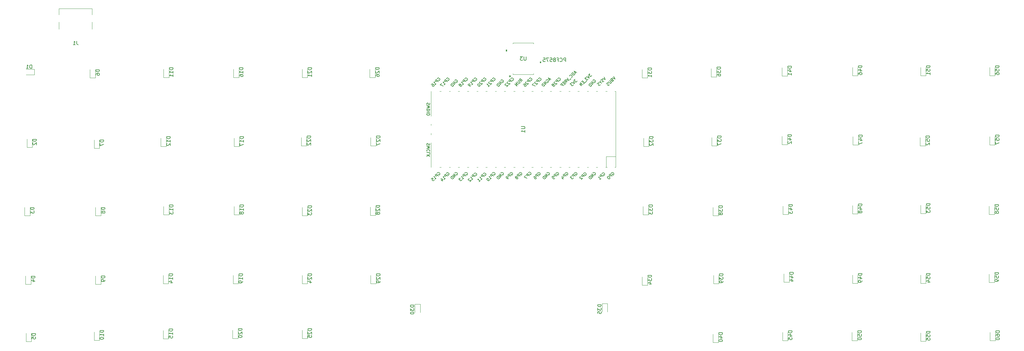
<source format=gbr>
%TF.GenerationSoftware,KiCad,Pcbnew,(5.1.12)-1*%
%TF.CreationDate,2022-06-19T17:50:05+02:00*%
%TF.ProjectId,Moledupy,4d6f6c65-6475-4707-992e-6b696361645f,rev?*%
%TF.SameCoordinates,Original*%
%TF.FileFunction,Legend,Bot*%
%TF.FilePolarity,Positive*%
%FSLAX46Y46*%
G04 Gerber Fmt 4.6, Leading zero omitted, Abs format (unit mm)*
G04 Created by KiCad (PCBNEW (5.1.12)-1) date 2022-06-19 17:50:05*
%MOMM*%
%LPD*%
G01*
G04 APERTURE LIST*
%ADD10C,0.100000*%
%ADD11C,0.120000*%
%ADD12C,0.150000*%
G04 APERTURE END LIST*
D10*
%TO.C,U3*%
G36*
X147434300Y-13738499D02*
G01*
X147434300Y-13357499D01*
X147180300Y-13357499D01*
X147180300Y-13738499D01*
X147434300Y-13738499D01*
G37*
X147434300Y-13738499D02*
X147434300Y-13357499D01*
X147180300Y-13357499D01*
X147180300Y-13738499D01*
X147434300Y-13738499D01*
G36*
X137807700Y-10488501D02*
G01*
X137807700Y-10107501D01*
X138061700Y-10107501D01*
X138061700Y-10488501D01*
X137807700Y-10488501D01*
G37*
X137807700Y-10488501D02*
X137807700Y-10107501D01*
X138061700Y-10107501D01*
X138061700Y-10488501D01*
X137807700Y-10488501D01*
D11*
X145453100Y-16696639D02*
X145453100Y-16903700D01*
X139788900Y-8449361D02*
X139788900Y-8242300D01*
X139788900Y-16903700D02*
X139788900Y-16696639D01*
X145453100Y-16903700D02*
X139788900Y-16903700D01*
X145453100Y-8242300D02*
X145453100Y-8449361D01*
X139788900Y-8242300D02*
X145453100Y-8242300D01*
%TO.C,J1*%
X14470000Y-4390000D02*
X14470000Y-2470000D01*
X23630000Y-2470000D02*
X23630000Y-4390000D01*
X23630000Y-460000D02*
X23630000Y1245000D01*
X14470000Y1245000D02*
X14470000Y-460000D01*
X23630000Y1245000D02*
X14470000Y1245000D01*
%TO.C,D60*%
X272896000Y-88227000D02*
X272896000Y-90512000D01*
X272896000Y-90512000D02*
X271426000Y-90512000D01*
X271426000Y-90512000D02*
X271426000Y-88227000D01*
%TO.C,D59*%
X272642000Y-72098000D02*
X272642000Y-74383000D01*
X272642000Y-74383000D02*
X271172000Y-74383000D01*
X271172000Y-74383000D02*
X271172000Y-72098000D01*
%TO.C,D58*%
X272642000Y-53302000D02*
X272642000Y-55587000D01*
X272642000Y-55587000D02*
X271172000Y-55587000D01*
X271172000Y-55587000D02*
X271172000Y-53302000D01*
%TO.C,D57*%
X272769000Y-34125000D02*
X272769000Y-36410000D01*
X272769000Y-36410000D02*
X271299000Y-36410000D01*
X271299000Y-36410000D02*
X271299000Y-34125000D01*
%TO.C,D56*%
X272769000Y-14948000D02*
X272769000Y-17233000D01*
X272769000Y-17233000D02*
X271299000Y-17233000D01*
X271299000Y-17233000D02*
X271299000Y-14948000D01*
%TO.C,D55*%
X253719000Y-88354000D02*
X253719000Y-90639000D01*
X253719000Y-90639000D02*
X252249000Y-90639000D01*
X252249000Y-90639000D02*
X252249000Y-88354000D01*
%TO.C,D54*%
X253719000Y-72352000D02*
X253719000Y-74637000D01*
X253719000Y-74637000D02*
X252249000Y-74637000D01*
X252249000Y-74637000D02*
X252249000Y-72352000D01*
%TO.C,D53*%
X253719000Y-53048000D02*
X253719000Y-55333000D01*
X253719000Y-55333000D02*
X252249000Y-55333000D01*
X252249000Y-55333000D02*
X252249000Y-53048000D01*
%TO.C,D52*%
X253592000Y-34379000D02*
X253592000Y-36664000D01*
X253592000Y-36664000D02*
X252122000Y-36664000D01*
X252122000Y-36664000D02*
X252122000Y-34379000D01*
%TO.C,D51*%
X253719000Y-14948000D02*
X253719000Y-17233000D01*
X253719000Y-17233000D02*
X252249000Y-17233000D01*
X252249000Y-17233000D02*
X252249000Y-14948000D01*
%TO.C,D50*%
X234796000Y-88227000D02*
X234796000Y-90512000D01*
X234796000Y-90512000D02*
X233326000Y-90512000D01*
X233326000Y-90512000D02*
X233326000Y-88227000D01*
%TO.C,D49*%
X234923000Y-72352000D02*
X234923000Y-74637000D01*
X234923000Y-74637000D02*
X233453000Y-74637000D01*
X233453000Y-74637000D02*
X233453000Y-72352000D01*
%TO.C,D48*%
X234923000Y-53175000D02*
X234923000Y-55460000D01*
X234923000Y-55460000D02*
X233453000Y-55460000D01*
X233453000Y-55460000D02*
X233453000Y-53175000D01*
%TO.C,D47*%
X235050000Y-34125000D02*
X235050000Y-36410000D01*
X235050000Y-36410000D02*
X233580000Y-36410000D01*
X233580000Y-36410000D02*
X233580000Y-34125000D01*
%TO.C,D46*%
X234923000Y-14948000D02*
X234923000Y-17233000D01*
X234923000Y-17233000D02*
X233453000Y-17233000D01*
X233453000Y-17233000D02*
X233453000Y-14948000D01*
%TO.C,D45*%
X215619000Y-88227000D02*
X215619000Y-90512000D01*
X215619000Y-90512000D02*
X214149000Y-90512000D01*
X214149000Y-90512000D02*
X214149000Y-88227000D01*
%TO.C,D44*%
X216000000Y-72072500D02*
X216000000Y-74357500D01*
X216000000Y-74357500D02*
X214530000Y-74357500D01*
X214530000Y-74357500D02*
X214530000Y-72072500D01*
%TO.C,D43*%
X215746000Y-53302000D02*
X215746000Y-55587000D01*
X215746000Y-55587000D02*
X214276000Y-55587000D01*
X214276000Y-55587000D02*
X214276000Y-53302000D01*
%TO.C,D42*%
X215492000Y-33998000D02*
X215492000Y-36283000D01*
X215492000Y-36283000D02*
X214022000Y-36283000D01*
X214022000Y-36283000D02*
X214022000Y-33998000D01*
%TO.C,D41*%
X215492000Y-15075000D02*
X215492000Y-17360000D01*
X215492000Y-17360000D02*
X214022000Y-17360000D01*
X214022000Y-17360000D02*
X214022000Y-15075000D01*
%TO.C,D40*%
X196442000Y-88735000D02*
X196442000Y-91020000D01*
X196442000Y-91020000D02*
X194972000Y-91020000D01*
X194972000Y-91020000D02*
X194972000Y-88735000D01*
%TO.C,D39*%
X196569000Y-72479000D02*
X196569000Y-74764000D01*
X196569000Y-74764000D02*
X195099000Y-74764000D01*
X195099000Y-74764000D02*
X195099000Y-72479000D01*
%TO.C,D38*%
X196442000Y-53683000D02*
X196442000Y-55968000D01*
X196442000Y-55968000D02*
X194972000Y-55968000D01*
X194972000Y-55968000D02*
X194972000Y-53683000D01*
%TO.C,D37*%
X196061000Y-34379000D02*
X196061000Y-36664000D01*
X196061000Y-36664000D02*
X194591000Y-36664000D01*
X194591000Y-36664000D02*
X194591000Y-34379000D01*
%TO.C,D36*%
X195934000Y-15329000D02*
X195934000Y-17614000D01*
X195934000Y-17614000D02*
X194464000Y-17614000D01*
X194464000Y-17614000D02*
X194464000Y-15329000D01*
%TO.C,D35*%
X164365000Y-82588000D02*
X164365000Y-80303000D01*
X164365000Y-80303000D02*
X165835000Y-80303000D01*
X165835000Y-80303000D02*
X165835000Y-82588000D01*
%TO.C,D34*%
X176884000Y-72860000D02*
X176884000Y-75145000D01*
X176884000Y-75145000D02*
X175414000Y-75145000D01*
X175414000Y-75145000D02*
X175414000Y-72860000D01*
%TO.C,D33*%
X177138000Y-53454500D02*
X177138000Y-55739500D01*
X177138000Y-55739500D02*
X175668000Y-55739500D01*
X175668000Y-55739500D02*
X175668000Y-53454500D01*
%TO.C,D32*%
X177265000Y-34531500D02*
X177265000Y-36816500D01*
X177265000Y-36816500D02*
X175795000Y-36816500D01*
X175795000Y-36816500D02*
X175795000Y-34531500D01*
%TO.C,D31*%
X176884000Y-15583000D02*
X176884000Y-17868000D01*
X176884000Y-17868000D02*
X175414000Y-17868000D01*
X175414000Y-17868000D02*
X175414000Y-15583000D01*
%TO.C,D30*%
X112676000Y-82715000D02*
X112676000Y-80430000D01*
X112676000Y-80430000D02*
X114146000Y-80430000D01*
X114146000Y-80430000D02*
X114146000Y-82715000D01*
%TO.C,D29*%
X101954000Y-72479000D02*
X101954000Y-74764000D01*
X101954000Y-74764000D02*
X100484000Y-74764000D01*
X100484000Y-74764000D02*
X100484000Y-72479000D01*
%TO.C,D28*%
X101827000Y-53556000D02*
X101827000Y-55841000D01*
X101827000Y-55841000D02*
X100357000Y-55841000D01*
X100357000Y-55841000D02*
X100357000Y-53556000D01*
%TO.C,D27*%
X101954000Y-34379000D02*
X101954000Y-36664000D01*
X101954000Y-36664000D02*
X100484000Y-36664000D01*
X100484000Y-36664000D02*
X100484000Y-34379000D01*
%TO.C,D26*%
X101700000Y-15456000D02*
X101700000Y-17741000D01*
X101700000Y-17741000D02*
X100230000Y-17741000D01*
X100230000Y-17741000D02*
X100230000Y-15456000D01*
%TO.C,D25*%
X83031000Y-87617500D02*
X83031000Y-89902500D01*
X83031000Y-89902500D02*
X81561000Y-89902500D01*
X81561000Y-89902500D02*
X81561000Y-87617500D01*
%TO.C,D24*%
X83031000Y-72479000D02*
X83031000Y-74764000D01*
X83031000Y-74764000D02*
X81561000Y-74764000D01*
X81561000Y-74764000D02*
X81561000Y-72479000D01*
%TO.C,D23*%
X83031000Y-53708500D02*
X83031000Y-55993500D01*
X83031000Y-55993500D02*
X81561000Y-55993500D01*
X81561000Y-55993500D02*
X81561000Y-53708500D01*
%TO.C,D22*%
X82777000Y-34404500D02*
X82777000Y-36689500D01*
X82777000Y-36689500D02*
X81307000Y-36689500D01*
X81307000Y-36689500D02*
X81307000Y-34404500D01*
%TO.C,D21*%
X83031000Y-15481500D02*
X83031000Y-17766500D01*
X83031000Y-17766500D02*
X81561000Y-17766500D01*
X81561000Y-17766500D02*
X81561000Y-15481500D01*
%TO.C,D20*%
X63854000Y-87592000D02*
X63854000Y-89877000D01*
X63854000Y-89877000D02*
X62384000Y-89877000D01*
X62384000Y-89877000D02*
X62384000Y-87592000D01*
%TO.C,D19*%
X63981000Y-72504500D02*
X63981000Y-74789500D01*
X63981000Y-74789500D02*
X62511000Y-74789500D01*
X62511000Y-74789500D02*
X62511000Y-72504500D01*
%TO.C,D18*%
X64235000Y-53454500D02*
X64235000Y-55739500D01*
X64235000Y-55739500D02*
X62765000Y-55739500D01*
X62765000Y-55739500D02*
X62765000Y-53454500D01*
%TO.C,D17*%
X64235000Y-34531500D02*
X64235000Y-36816500D01*
X64235000Y-36816500D02*
X62765000Y-36816500D01*
X62765000Y-36816500D02*
X62765000Y-34531500D01*
%TO.C,D16*%
X64108000Y-15481500D02*
X64108000Y-17766500D01*
X64108000Y-17766500D02*
X62638000Y-17766500D01*
X62638000Y-17766500D02*
X62638000Y-15481500D01*
%TO.C,D15*%
X44677000Y-87744500D02*
X44677000Y-90029500D01*
X44677000Y-90029500D02*
X43207000Y-90029500D01*
X43207000Y-90029500D02*
X43207000Y-87744500D01*
%TO.C,D14*%
X44677000Y-72504500D02*
X44677000Y-74789500D01*
X44677000Y-74789500D02*
X43207000Y-74789500D01*
X43207000Y-74789500D02*
X43207000Y-72504500D01*
%TO.C,D13*%
X44804000Y-53454500D02*
X44804000Y-55739500D01*
X44804000Y-55739500D02*
X43334000Y-55739500D01*
X43334000Y-55739500D02*
X43334000Y-53454500D01*
%TO.C,D12*%
X44042000Y-34531500D02*
X44042000Y-36816500D01*
X44042000Y-36816500D02*
X42572000Y-36816500D01*
X42572000Y-36816500D02*
X42572000Y-34531500D01*
%TO.C,D11*%
X44804000Y-15481500D02*
X44804000Y-17766500D01*
X44804000Y-17766500D02*
X43334000Y-17766500D01*
X43334000Y-17766500D02*
X43334000Y-15481500D01*
%TO.C,D10*%
X25627000Y-88100000D02*
X25627000Y-90385000D01*
X25627000Y-90385000D02*
X24157000Y-90385000D01*
X24157000Y-90385000D02*
X24157000Y-88100000D01*
%TO.C,D9*%
X26008000Y-72606000D02*
X26008000Y-74891000D01*
X26008000Y-74891000D02*
X24538000Y-74891000D01*
X24538000Y-74891000D02*
X24538000Y-72606000D01*
%TO.C,D8*%
X26008000Y-53683000D02*
X26008000Y-55968000D01*
X26008000Y-55968000D02*
X24538000Y-55968000D01*
X24538000Y-55968000D02*
X24538000Y-53683000D01*
%TO.C,D7*%
X25627000Y-35014000D02*
X25627000Y-37299000D01*
X25627000Y-37299000D02*
X24157000Y-37299000D01*
X24157000Y-37299000D02*
X24157000Y-35014000D01*
%TO.C,D6*%
X24484000Y-15583000D02*
X24484000Y-17868000D01*
X24484000Y-17868000D02*
X23014000Y-17868000D01*
X23014000Y-17868000D02*
X23014000Y-15583000D01*
%TO.C,D5*%
X6831000Y-88506500D02*
X6831000Y-90791500D01*
X6831000Y-90791500D02*
X5361000Y-90791500D01*
X5361000Y-90791500D02*
X5361000Y-88506500D01*
%TO.C,D4*%
X6704000Y-72631500D02*
X6704000Y-74916500D01*
X6704000Y-74916500D02*
X5234000Y-74916500D01*
X5234000Y-74916500D02*
X5234000Y-72631500D01*
%TO.C,D3*%
X6450000Y-53683000D02*
X6450000Y-55968000D01*
X6450000Y-55968000D02*
X4980000Y-55968000D01*
X4980000Y-55968000D02*
X4980000Y-53683000D01*
%TO.C,D2*%
X7085000Y-34785500D02*
X7085000Y-37070500D01*
X7085000Y-37070500D02*
X5615000Y-37070500D01*
X5615000Y-37070500D02*
X5615000Y-34785500D01*
%TO.C,D1*%
X5423000Y-15521000D02*
X7708000Y-15521000D01*
X7708000Y-15521000D02*
X7708000Y-16991000D01*
X7708000Y-16991000D02*
X5423000Y-16991000D01*
%TO.C,U1*%
X117121000Y-31031000D02*
X117121000Y-30631000D01*
X117121000Y-33631000D02*
X117121000Y-33231000D01*
X117121000Y-21631000D02*
X117121000Y-28431000D01*
X127521000Y-21631000D02*
X127121000Y-21631000D01*
X135221000Y-21631000D02*
X134821000Y-21631000D01*
X160621000Y-21631000D02*
X160221000Y-21631000D01*
X168121000Y-21631000D02*
X167821000Y-21631000D01*
X145321000Y-21631000D02*
X144921000Y-21631000D01*
X130121000Y-21631000D02*
X129721000Y-21631000D01*
X150421000Y-21631000D02*
X150021000Y-21631000D01*
X155521000Y-21631000D02*
X155121000Y-21631000D01*
X142821000Y-21631000D02*
X142421000Y-21631000D01*
X137721000Y-21631000D02*
X137321000Y-21631000D01*
X122521000Y-21631000D02*
X122121000Y-21631000D01*
X119921000Y-21631000D02*
X119521000Y-21631000D01*
X125021000Y-21631000D02*
X124621000Y-21631000D01*
X158021000Y-21631000D02*
X157621000Y-21631000D01*
X165721000Y-21631000D02*
X165321000Y-21631000D01*
X163121000Y-21631000D02*
X162721000Y-21631000D01*
X132621000Y-21631000D02*
X132221000Y-21631000D01*
X140321000Y-21631000D02*
X139921000Y-21631000D01*
X147921000Y-21631000D02*
X147521000Y-21631000D01*
X153021000Y-21631000D02*
X152621000Y-21631000D01*
X119921000Y-42631000D02*
X119521000Y-42631000D01*
X122521000Y-42631000D02*
X122121000Y-42631000D01*
X125021000Y-42631000D02*
X124621000Y-42631000D01*
X127521000Y-42631000D02*
X127121000Y-42631000D01*
X130121000Y-42631000D02*
X129721000Y-42631000D01*
X132621000Y-42631000D02*
X132221000Y-42631000D01*
X135221000Y-42631000D02*
X134821000Y-42631000D01*
X137721000Y-42631000D02*
X137321000Y-42631000D01*
X140321000Y-42631000D02*
X139921000Y-42631000D01*
X142821000Y-42631000D02*
X142421000Y-42631000D01*
X145321000Y-42631000D02*
X144921000Y-42631000D01*
X147921000Y-42631000D02*
X147521000Y-42631000D01*
X150421000Y-42631000D02*
X150021000Y-42631000D01*
X153021000Y-42631000D02*
X152621000Y-42631000D01*
X155521000Y-42631000D02*
X155121000Y-42631000D01*
X158021000Y-42631000D02*
X157621000Y-42631000D01*
X160621000Y-42631000D02*
X160221000Y-42631000D01*
X163121000Y-42631000D02*
X162721000Y-42631000D01*
X165721000Y-42631000D02*
X165321000Y-42631000D01*
X168121000Y-42631000D02*
X167821000Y-42631000D01*
X165454000Y-39624000D02*
X168121000Y-39624000D01*
X165454000Y-42631000D02*
X165454000Y-39624000D01*
X117121000Y-35831000D02*
X117121000Y-42631000D01*
X168121000Y-42631000D02*
X168121000Y-21631000D01*
%TO.C,U3*%
D12*
X143382904Y-12025380D02*
X143382904Y-12834904D01*
X143335285Y-12930142D01*
X143287666Y-12977761D01*
X143192428Y-13025380D01*
X143001952Y-13025380D01*
X142906714Y-12977761D01*
X142859095Y-12930142D01*
X142811476Y-12834904D01*
X142811476Y-12025380D01*
X142430523Y-12025380D02*
X141811476Y-12025380D01*
X142144809Y-12406333D01*
X142001952Y-12406333D01*
X141906714Y-12453952D01*
X141859095Y-12501571D01*
X141811476Y-12596809D01*
X141811476Y-12834904D01*
X141859095Y-12930142D01*
X141906714Y-12977761D01*
X142001952Y-13025380D01*
X142287666Y-13025380D01*
X142382904Y-12977761D01*
X142430523Y-12930142D01*
X154314138Y-13406380D02*
X154314138Y-12406380D01*
X153933185Y-12406380D01*
X153837947Y-12454000D01*
X153790328Y-12501619D01*
X153742709Y-12596857D01*
X153742709Y-12739714D01*
X153790328Y-12834952D01*
X153837947Y-12882571D01*
X153933185Y-12930190D01*
X154314138Y-12930190D01*
X152742709Y-13311142D02*
X152790328Y-13358761D01*
X152933185Y-13406380D01*
X153028423Y-13406380D01*
X153171280Y-13358761D01*
X153266519Y-13263523D01*
X153314138Y-13168285D01*
X153361757Y-12977809D01*
X153361757Y-12834952D01*
X153314138Y-12644476D01*
X153266519Y-12549238D01*
X153171280Y-12454000D01*
X153028423Y-12406380D01*
X152933185Y-12406380D01*
X152790328Y-12454000D01*
X152742709Y-12501619D01*
X151980804Y-12882571D02*
X152314138Y-12882571D01*
X152314138Y-13406380D02*
X152314138Y-12406380D01*
X151837947Y-12406380D01*
X151314138Y-12834952D02*
X151409376Y-12787333D01*
X151456995Y-12739714D01*
X151504614Y-12644476D01*
X151504614Y-12596857D01*
X151456995Y-12501619D01*
X151409376Y-12454000D01*
X151314138Y-12406380D01*
X151123661Y-12406380D01*
X151028423Y-12454000D01*
X150980804Y-12501619D01*
X150933185Y-12596857D01*
X150933185Y-12644476D01*
X150980804Y-12739714D01*
X151028423Y-12787333D01*
X151123661Y-12834952D01*
X151314138Y-12834952D01*
X151409376Y-12882571D01*
X151456995Y-12930190D01*
X151504614Y-13025428D01*
X151504614Y-13215904D01*
X151456995Y-13311142D01*
X151409376Y-13358761D01*
X151314138Y-13406380D01*
X151123661Y-13406380D01*
X151028423Y-13358761D01*
X150980804Y-13311142D01*
X150933185Y-13215904D01*
X150933185Y-13025428D01*
X150980804Y-12930190D01*
X151028423Y-12882571D01*
X151123661Y-12834952D01*
X150028423Y-12406380D02*
X150504614Y-12406380D01*
X150552233Y-12882571D01*
X150504614Y-12834952D01*
X150409376Y-12787333D01*
X150171280Y-12787333D01*
X150076042Y-12834952D01*
X150028423Y-12882571D01*
X149980804Y-12977809D01*
X149980804Y-13215904D01*
X150028423Y-13311142D01*
X150076042Y-13358761D01*
X150171280Y-13406380D01*
X150409376Y-13406380D01*
X150504614Y-13358761D01*
X150552233Y-13311142D01*
X149647471Y-12406380D02*
X148980804Y-12406380D01*
X149409376Y-13406380D01*
X148123661Y-12406380D02*
X148599852Y-12406380D01*
X148647471Y-12882571D01*
X148599852Y-12834952D01*
X148504614Y-12787333D01*
X148266519Y-12787333D01*
X148171280Y-12834952D01*
X148123661Y-12882571D01*
X148076042Y-12977809D01*
X148076042Y-13215904D01*
X148123661Y-13311142D01*
X148171280Y-13358761D01*
X148266519Y-13406380D01*
X148504614Y-13406380D01*
X148599852Y-13358761D01*
X148647471Y-13311142D01*
X138938000Y-17175180D02*
X138938000Y-17413276D01*
X139176095Y-17318038D02*
X138938000Y-17413276D01*
X138699904Y-17318038D01*
X139080857Y-17603752D02*
X138938000Y-17413276D01*
X138795142Y-17603752D01*
X138938000Y-17175180D02*
X138938000Y-17413276D01*
X139176095Y-17318038D02*
X138938000Y-17413276D01*
X138699904Y-17318038D01*
X139080857Y-17603752D02*
X138938000Y-17413276D01*
X138795142Y-17603752D01*
%TO.C,J1*%
X19383333Y-7707380D02*
X19383333Y-8421666D01*
X19430952Y-8564523D01*
X19526190Y-8659761D01*
X19669047Y-8707380D01*
X19764285Y-8707380D01*
X18383333Y-8707380D02*
X18954761Y-8707380D01*
X18669047Y-8707380D02*
X18669047Y-7707380D01*
X18764285Y-7850238D01*
X18859523Y-7945476D01*
X18954761Y-7993095D01*
%TO.C,D60*%
X274043380Y-87812714D02*
X273043380Y-87812714D01*
X273043380Y-88050809D01*
X273091000Y-88193666D01*
X273186238Y-88288904D01*
X273281476Y-88336523D01*
X273471952Y-88384142D01*
X273614809Y-88384142D01*
X273805285Y-88336523D01*
X273900523Y-88288904D01*
X273995761Y-88193666D01*
X274043380Y-88050809D01*
X274043380Y-87812714D01*
X273043380Y-89241285D02*
X273043380Y-89050809D01*
X273091000Y-88955571D01*
X273138619Y-88907952D01*
X273281476Y-88812714D01*
X273471952Y-88765095D01*
X273852904Y-88765095D01*
X273948142Y-88812714D01*
X273995761Y-88860333D01*
X274043380Y-88955571D01*
X274043380Y-89146047D01*
X273995761Y-89241285D01*
X273948142Y-89288904D01*
X273852904Y-89336523D01*
X273614809Y-89336523D01*
X273519571Y-89288904D01*
X273471952Y-89241285D01*
X273424333Y-89146047D01*
X273424333Y-88955571D01*
X273471952Y-88860333D01*
X273519571Y-88812714D01*
X273614809Y-88765095D01*
X273043380Y-89955571D02*
X273043380Y-90050809D01*
X273091000Y-90146047D01*
X273138619Y-90193666D01*
X273233857Y-90241285D01*
X273424333Y-90288904D01*
X273662428Y-90288904D01*
X273852904Y-90241285D01*
X273948142Y-90193666D01*
X273995761Y-90146047D01*
X274043380Y-90050809D01*
X274043380Y-89955571D01*
X273995761Y-89860333D01*
X273948142Y-89812714D01*
X273852904Y-89765095D01*
X273662428Y-89717476D01*
X273424333Y-89717476D01*
X273233857Y-89765095D01*
X273138619Y-89812714D01*
X273091000Y-89860333D01*
X273043380Y-89955571D01*
%TO.C,D59*%
X273789380Y-71683714D02*
X272789380Y-71683714D01*
X272789380Y-71921809D01*
X272837000Y-72064666D01*
X272932238Y-72159904D01*
X273027476Y-72207523D01*
X273217952Y-72255142D01*
X273360809Y-72255142D01*
X273551285Y-72207523D01*
X273646523Y-72159904D01*
X273741761Y-72064666D01*
X273789380Y-71921809D01*
X273789380Y-71683714D01*
X272789380Y-73159904D02*
X272789380Y-72683714D01*
X273265571Y-72636095D01*
X273217952Y-72683714D01*
X273170333Y-72778952D01*
X273170333Y-73017047D01*
X273217952Y-73112285D01*
X273265571Y-73159904D01*
X273360809Y-73207523D01*
X273598904Y-73207523D01*
X273694142Y-73159904D01*
X273741761Y-73112285D01*
X273789380Y-73017047D01*
X273789380Y-72778952D01*
X273741761Y-72683714D01*
X273694142Y-72636095D01*
X273789380Y-73683714D02*
X273789380Y-73874190D01*
X273741761Y-73969428D01*
X273694142Y-74017047D01*
X273551285Y-74112285D01*
X273360809Y-74159904D01*
X272979857Y-74159904D01*
X272884619Y-74112285D01*
X272837000Y-74064666D01*
X272789380Y-73969428D01*
X272789380Y-73778952D01*
X272837000Y-73683714D01*
X272884619Y-73636095D01*
X272979857Y-73588476D01*
X273217952Y-73588476D01*
X273313190Y-73636095D01*
X273360809Y-73683714D01*
X273408428Y-73778952D01*
X273408428Y-73969428D01*
X273360809Y-74064666D01*
X273313190Y-74112285D01*
X273217952Y-74159904D01*
%TO.C,D58*%
X273789380Y-52887714D02*
X272789380Y-52887714D01*
X272789380Y-53125809D01*
X272837000Y-53268666D01*
X272932238Y-53363904D01*
X273027476Y-53411523D01*
X273217952Y-53459142D01*
X273360809Y-53459142D01*
X273551285Y-53411523D01*
X273646523Y-53363904D01*
X273741761Y-53268666D01*
X273789380Y-53125809D01*
X273789380Y-52887714D01*
X272789380Y-54363904D02*
X272789380Y-53887714D01*
X273265571Y-53840095D01*
X273217952Y-53887714D01*
X273170333Y-53982952D01*
X273170333Y-54221047D01*
X273217952Y-54316285D01*
X273265571Y-54363904D01*
X273360809Y-54411523D01*
X273598904Y-54411523D01*
X273694142Y-54363904D01*
X273741761Y-54316285D01*
X273789380Y-54221047D01*
X273789380Y-53982952D01*
X273741761Y-53887714D01*
X273694142Y-53840095D01*
X273217952Y-54982952D02*
X273170333Y-54887714D01*
X273122714Y-54840095D01*
X273027476Y-54792476D01*
X272979857Y-54792476D01*
X272884619Y-54840095D01*
X272837000Y-54887714D01*
X272789380Y-54982952D01*
X272789380Y-55173428D01*
X272837000Y-55268666D01*
X272884619Y-55316285D01*
X272979857Y-55363904D01*
X273027476Y-55363904D01*
X273122714Y-55316285D01*
X273170333Y-55268666D01*
X273217952Y-55173428D01*
X273217952Y-54982952D01*
X273265571Y-54887714D01*
X273313190Y-54840095D01*
X273408428Y-54792476D01*
X273598904Y-54792476D01*
X273694142Y-54840095D01*
X273741761Y-54887714D01*
X273789380Y-54982952D01*
X273789380Y-55173428D01*
X273741761Y-55268666D01*
X273694142Y-55316285D01*
X273598904Y-55363904D01*
X273408428Y-55363904D01*
X273313190Y-55316285D01*
X273265571Y-55268666D01*
X273217952Y-55173428D01*
%TO.C,D57*%
X273916380Y-33710714D02*
X272916380Y-33710714D01*
X272916380Y-33948809D01*
X272964000Y-34091666D01*
X273059238Y-34186904D01*
X273154476Y-34234523D01*
X273344952Y-34282142D01*
X273487809Y-34282142D01*
X273678285Y-34234523D01*
X273773523Y-34186904D01*
X273868761Y-34091666D01*
X273916380Y-33948809D01*
X273916380Y-33710714D01*
X272916380Y-35186904D02*
X272916380Y-34710714D01*
X273392571Y-34663095D01*
X273344952Y-34710714D01*
X273297333Y-34805952D01*
X273297333Y-35044047D01*
X273344952Y-35139285D01*
X273392571Y-35186904D01*
X273487809Y-35234523D01*
X273725904Y-35234523D01*
X273821142Y-35186904D01*
X273868761Y-35139285D01*
X273916380Y-35044047D01*
X273916380Y-34805952D01*
X273868761Y-34710714D01*
X273821142Y-34663095D01*
X272916380Y-35567857D02*
X272916380Y-36234523D01*
X273916380Y-35805952D01*
%TO.C,D56*%
X273916380Y-14533714D02*
X272916380Y-14533714D01*
X272916380Y-14771809D01*
X272964000Y-14914666D01*
X273059238Y-15009904D01*
X273154476Y-15057523D01*
X273344952Y-15105142D01*
X273487809Y-15105142D01*
X273678285Y-15057523D01*
X273773523Y-15009904D01*
X273868761Y-14914666D01*
X273916380Y-14771809D01*
X273916380Y-14533714D01*
X272916380Y-16009904D02*
X272916380Y-15533714D01*
X273392571Y-15486095D01*
X273344952Y-15533714D01*
X273297333Y-15628952D01*
X273297333Y-15867047D01*
X273344952Y-15962285D01*
X273392571Y-16009904D01*
X273487809Y-16057523D01*
X273725904Y-16057523D01*
X273821142Y-16009904D01*
X273868761Y-15962285D01*
X273916380Y-15867047D01*
X273916380Y-15628952D01*
X273868761Y-15533714D01*
X273821142Y-15486095D01*
X272916380Y-16914666D02*
X272916380Y-16724190D01*
X272964000Y-16628952D01*
X273011619Y-16581333D01*
X273154476Y-16486095D01*
X273344952Y-16438476D01*
X273725904Y-16438476D01*
X273821142Y-16486095D01*
X273868761Y-16533714D01*
X273916380Y-16628952D01*
X273916380Y-16819428D01*
X273868761Y-16914666D01*
X273821142Y-16962285D01*
X273725904Y-17009904D01*
X273487809Y-17009904D01*
X273392571Y-16962285D01*
X273344952Y-16914666D01*
X273297333Y-16819428D01*
X273297333Y-16628952D01*
X273344952Y-16533714D01*
X273392571Y-16486095D01*
X273487809Y-16438476D01*
%TO.C,D55*%
X254866380Y-87939714D02*
X253866380Y-87939714D01*
X253866380Y-88177809D01*
X253914000Y-88320666D01*
X254009238Y-88415904D01*
X254104476Y-88463523D01*
X254294952Y-88511142D01*
X254437809Y-88511142D01*
X254628285Y-88463523D01*
X254723523Y-88415904D01*
X254818761Y-88320666D01*
X254866380Y-88177809D01*
X254866380Y-87939714D01*
X253866380Y-89415904D02*
X253866380Y-88939714D01*
X254342571Y-88892095D01*
X254294952Y-88939714D01*
X254247333Y-89034952D01*
X254247333Y-89273047D01*
X254294952Y-89368285D01*
X254342571Y-89415904D01*
X254437809Y-89463523D01*
X254675904Y-89463523D01*
X254771142Y-89415904D01*
X254818761Y-89368285D01*
X254866380Y-89273047D01*
X254866380Y-89034952D01*
X254818761Y-88939714D01*
X254771142Y-88892095D01*
X253866380Y-90368285D02*
X253866380Y-89892095D01*
X254342571Y-89844476D01*
X254294952Y-89892095D01*
X254247333Y-89987333D01*
X254247333Y-90225428D01*
X254294952Y-90320666D01*
X254342571Y-90368285D01*
X254437809Y-90415904D01*
X254675904Y-90415904D01*
X254771142Y-90368285D01*
X254818761Y-90320666D01*
X254866380Y-90225428D01*
X254866380Y-89987333D01*
X254818761Y-89892095D01*
X254771142Y-89844476D01*
%TO.C,D54*%
X254866380Y-71937714D02*
X253866380Y-71937714D01*
X253866380Y-72175809D01*
X253914000Y-72318666D01*
X254009238Y-72413904D01*
X254104476Y-72461523D01*
X254294952Y-72509142D01*
X254437809Y-72509142D01*
X254628285Y-72461523D01*
X254723523Y-72413904D01*
X254818761Y-72318666D01*
X254866380Y-72175809D01*
X254866380Y-71937714D01*
X253866380Y-73413904D02*
X253866380Y-72937714D01*
X254342571Y-72890095D01*
X254294952Y-72937714D01*
X254247333Y-73032952D01*
X254247333Y-73271047D01*
X254294952Y-73366285D01*
X254342571Y-73413904D01*
X254437809Y-73461523D01*
X254675904Y-73461523D01*
X254771142Y-73413904D01*
X254818761Y-73366285D01*
X254866380Y-73271047D01*
X254866380Y-73032952D01*
X254818761Y-72937714D01*
X254771142Y-72890095D01*
X254199714Y-74318666D02*
X254866380Y-74318666D01*
X253818761Y-74080571D02*
X254533047Y-73842476D01*
X254533047Y-74461523D01*
%TO.C,D53*%
X254866380Y-52633714D02*
X253866380Y-52633714D01*
X253866380Y-52871809D01*
X253914000Y-53014666D01*
X254009238Y-53109904D01*
X254104476Y-53157523D01*
X254294952Y-53205142D01*
X254437809Y-53205142D01*
X254628285Y-53157523D01*
X254723523Y-53109904D01*
X254818761Y-53014666D01*
X254866380Y-52871809D01*
X254866380Y-52633714D01*
X253866380Y-54109904D02*
X253866380Y-53633714D01*
X254342571Y-53586095D01*
X254294952Y-53633714D01*
X254247333Y-53728952D01*
X254247333Y-53967047D01*
X254294952Y-54062285D01*
X254342571Y-54109904D01*
X254437809Y-54157523D01*
X254675904Y-54157523D01*
X254771142Y-54109904D01*
X254818761Y-54062285D01*
X254866380Y-53967047D01*
X254866380Y-53728952D01*
X254818761Y-53633714D01*
X254771142Y-53586095D01*
X253866380Y-54490857D02*
X253866380Y-55109904D01*
X254247333Y-54776571D01*
X254247333Y-54919428D01*
X254294952Y-55014666D01*
X254342571Y-55062285D01*
X254437809Y-55109904D01*
X254675904Y-55109904D01*
X254771142Y-55062285D01*
X254818761Y-55014666D01*
X254866380Y-54919428D01*
X254866380Y-54633714D01*
X254818761Y-54538476D01*
X254771142Y-54490857D01*
%TO.C,D52*%
X254739380Y-33964714D02*
X253739380Y-33964714D01*
X253739380Y-34202809D01*
X253787000Y-34345666D01*
X253882238Y-34440904D01*
X253977476Y-34488523D01*
X254167952Y-34536142D01*
X254310809Y-34536142D01*
X254501285Y-34488523D01*
X254596523Y-34440904D01*
X254691761Y-34345666D01*
X254739380Y-34202809D01*
X254739380Y-33964714D01*
X253739380Y-35440904D02*
X253739380Y-34964714D01*
X254215571Y-34917095D01*
X254167952Y-34964714D01*
X254120333Y-35059952D01*
X254120333Y-35298047D01*
X254167952Y-35393285D01*
X254215571Y-35440904D01*
X254310809Y-35488523D01*
X254548904Y-35488523D01*
X254644142Y-35440904D01*
X254691761Y-35393285D01*
X254739380Y-35298047D01*
X254739380Y-35059952D01*
X254691761Y-34964714D01*
X254644142Y-34917095D01*
X253834619Y-35869476D02*
X253787000Y-35917095D01*
X253739380Y-36012333D01*
X253739380Y-36250428D01*
X253787000Y-36345666D01*
X253834619Y-36393285D01*
X253929857Y-36440904D01*
X254025095Y-36440904D01*
X254167952Y-36393285D01*
X254739380Y-35821857D01*
X254739380Y-36440904D01*
%TO.C,D51*%
X254866380Y-14533714D02*
X253866380Y-14533714D01*
X253866380Y-14771809D01*
X253914000Y-14914666D01*
X254009238Y-15009904D01*
X254104476Y-15057523D01*
X254294952Y-15105142D01*
X254437809Y-15105142D01*
X254628285Y-15057523D01*
X254723523Y-15009904D01*
X254818761Y-14914666D01*
X254866380Y-14771809D01*
X254866380Y-14533714D01*
X253866380Y-16009904D02*
X253866380Y-15533714D01*
X254342571Y-15486095D01*
X254294952Y-15533714D01*
X254247333Y-15628952D01*
X254247333Y-15867047D01*
X254294952Y-15962285D01*
X254342571Y-16009904D01*
X254437809Y-16057523D01*
X254675904Y-16057523D01*
X254771142Y-16009904D01*
X254818761Y-15962285D01*
X254866380Y-15867047D01*
X254866380Y-15628952D01*
X254818761Y-15533714D01*
X254771142Y-15486095D01*
X254866380Y-17009904D02*
X254866380Y-16438476D01*
X254866380Y-16724190D02*
X253866380Y-16724190D01*
X254009238Y-16628952D01*
X254104476Y-16533714D01*
X254152095Y-16438476D01*
%TO.C,D50*%
X235943380Y-87812714D02*
X234943380Y-87812714D01*
X234943380Y-88050809D01*
X234991000Y-88193666D01*
X235086238Y-88288904D01*
X235181476Y-88336523D01*
X235371952Y-88384142D01*
X235514809Y-88384142D01*
X235705285Y-88336523D01*
X235800523Y-88288904D01*
X235895761Y-88193666D01*
X235943380Y-88050809D01*
X235943380Y-87812714D01*
X234943380Y-89288904D02*
X234943380Y-88812714D01*
X235419571Y-88765095D01*
X235371952Y-88812714D01*
X235324333Y-88907952D01*
X235324333Y-89146047D01*
X235371952Y-89241285D01*
X235419571Y-89288904D01*
X235514809Y-89336523D01*
X235752904Y-89336523D01*
X235848142Y-89288904D01*
X235895761Y-89241285D01*
X235943380Y-89146047D01*
X235943380Y-88907952D01*
X235895761Y-88812714D01*
X235848142Y-88765095D01*
X234943380Y-89955571D02*
X234943380Y-90050809D01*
X234991000Y-90146047D01*
X235038619Y-90193666D01*
X235133857Y-90241285D01*
X235324333Y-90288904D01*
X235562428Y-90288904D01*
X235752904Y-90241285D01*
X235848142Y-90193666D01*
X235895761Y-90146047D01*
X235943380Y-90050809D01*
X235943380Y-89955571D01*
X235895761Y-89860333D01*
X235848142Y-89812714D01*
X235752904Y-89765095D01*
X235562428Y-89717476D01*
X235324333Y-89717476D01*
X235133857Y-89765095D01*
X235038619Y-89812714D01*
X234991000Y-89860333D01*
X234943380Y-89955571D01*
%TO.C,D49*%
X236070380Y-71937714D02*
X235070380Y-71937714D01*
X235070380Y-72175809D01*
X235118000Y-72318666D01*
X235213238Y-72413904D01*
X235308476Y-72461523D01*
X235498952Y-72509142D01*
X235641809Y-72509142D01*
X235832285Y-72461523D01*
X235927523Y-72413904D01*
X236022761Y-72318666D01*
X236070380Y-72175809D01*
X236070380Y-71937714D01*
X235403714Y-73366285D02*
X236070380Y-73366285D01*
X235022761Y-73128190D02*
X235737047Y-72890095D01*
X235737047Y-73509142D01*
X236070380Y-73937714D02*
X236070380Y-74128190D01*
X236022761Y-74223428D01*
X235975142Y-74271047D01*
X235832285Y-74366285D01*
X235641809Y-74413904D01*
X235260857Y-74413904D01*
X235165619Y-74366285D01*
X235118000Y-74318666D01*
X235070380Y-74223428D01*
X235070380Y-74032952D01*
X235118000Y-73937714D01*
X235165619Y-73890095D01*
X235260857Y-73842476D01*
X235498952Y-73842476D01*
X235594190Y-73890095D01*
X235641809Y-73937714D01*
X235689428Y-74032952D01*
X235689428Y-74223428D01*
X235641809Y-74318666D01*
X235594190Y-74366285D01*
X235498952Y-74413904D01*
%TO.C,D48*%
X236070380Y-52760714D02*
X235070380Y-52760714D01*
X235070380Y-52998809D01*
X235118000Y-53141666D01*
X235213238Y-53236904D01*
X235308476Y-53284523D01*
X235498952Y-53332142D01*
X235641809Y-53332142D01*
X235832285Y-53284523D01*
X235927523Y-53236904D01*
X236022761Y-53141666D01*
X236070380Y-52998809D01*
X236070380Y-52760714D01*
X235403714Y-54189285D02*
X236070380Y-54189285D01*
X235022761Y-53951190D02*
X235737047Y-53713095D01*
X235737047Y-54332142D01*
X235498952Y-54855952D02*
X235451333Y-54760714D01*
X235403714Y-54713095D01*
X235308476Y-54665476D01*
X235260857Y-54665476D01*
X235165619Y-54713095D01*
X235118000Y-54760714D01*
X235070380Y-54855952D01*
X235070380Y-55046428D01*
X235118000Y-55141666D01*
X235165619Y-55189285D01*
X235260857Y-55236904D01*
X235308476Y-55236904D01*
X235403714Y-55189285D01*
X235451333Y-55141666D01*
X235498952Y-55046428D01*
X235498952Y-54855952D01*
X235546571Y-54760714D01*
X235594190Y-54713095D01*
X235689428Y-54665476D01*
X235879904Y-54665476D01*
X235975142Y-54713095D01*
X236022761Y-54760714D01*
X236070380Y-54855952D01*
X236070380Y-55046428D01*
X236022761Y-55141666D01*
X235975142Y-55189285D01*
X235879904Y-55236904D01*
X235689428Y-55236904D01*
X235594190Y-55189285D01*
X235546571Y-55141666D01*
X235498952Y-55046428D01*
%TO.C,D47*%
X236197380Y-33710714D02*
X235197380Y-33710714D01*
X235197380Y-33948809D01*
X235245000Y-34091666D01*
X235340238Y-34186904D01*
X235435476Y-34234523D01*
X235625952Y-34282142D01*
X235768809Y-34282142D01*
X235959285Y-34234523D01*
X236054523Y-34186904D01*
X236149761Y-34091666D01*
X236197380Y-33948809D01*
X236197380Y-33710714D01*
X235530714Y-35139285D02*
X236197380Y-35139285D01*
X235149761Y-34901190D02*
X235864047Y-34663095D01*
X235864047Y-35282142D01*
X235197380Y-35567857D02*
X235197380Y-36234523D01*
X236197380Y-35805952D01*
%TO.C,D46*%
X236070380Y-14533714D02*
X235070380Y-14533714D01*
X235070380Y-14771809D01*
X235118000Y-14914666D01*
X235213238Y-15009904D01*
X235308476Y-15057523D01*
X235498952Y-15105142D01*
X235641809Y-15105142D01*
X235832285Y-15057523D01*
X235927523Y-15009904D01*
X236022761Y-14914666D01*
X236070380Y-14771809D01*
X236070380Y-14533714D01*
X235403714Y-15962285D02*
X236070380Y-15962285D01*
X235022761Y-15724190D02*
X235737047Y-15486095D01*
X235737047Y-16105142D01*
X235070380Y-16914666D02*
X235070380Y-16724190D01*
X235118000Y-16628952D01*
X235165619Y-16581333D01*
X235308476Y-16486095D01*
X235498952Y-16438476D01*
X235879904Y-16438476D01*
X235975142Y-16486095D01*
X236022761Y-16533714D01*
X236070380Y-16628952D01*
X236070380Y-16819428D01*
X236022761Y-16914666D01*
X235975142Y-16962285D01*
X235879904Y-17009904D01*
X235641809Y-17009904D01*
X235546571Y-16962285D01*
X235498952Y-16914666D01*
X235451333Y-16819428D01*
X235451333Y-16628952D01*
X235498952Y-16533714D01*
X235546571Y-16486095D01*
X235641809Y-16438476D01*
%TO.C,D45*%
X216766380Y-87812714D02*
X215766380Y-87812714D01*
X215766380Y-88050809D01*
X215814000Y-88193666D01*
X215909238Y-88288904D01*
X216004476Y-88336523D01*
X216194952Y-88384142D01*
X216337809Y-88384142D01*
X216528285Y-88336523D01*
X216623523Y-88288904D01*
X216718761Y-88193666D01*
X216766380Y-88050809D01*
X216766380Y-87812714D01*
X216099714Y-89241285D02*
X216766380Y-89241285D01*
X215718761Y-89003190D02*
X216433047Y-88765095D01*
X216433047Y-89384142D01*
X215766380Y-90241285D02*
X215766380Y-89765095D01*
X216242571Y-89717476D01*
X216194952Y-89765095D01*
X216147333Y-89860333D01*
X216147333Y-90098428D01*
X216194952Y-90193666D01*
X216242571Y-90241285D01*
X216337809Y-90288904D01*
X216575904Y-90288904D01*
X216671142Y-90241285D01*
X216718761Y-90193666D01*
X216766380Y-90098428D01*
X216766380Y-89860333D01*
X216718761Y-89765095D01*
X216671142Y-89717476D01*
%TO.C,D44*%
X217147380Y-71658214D02*
X216147380Y-71658214D01*
X216147380Y-71896309D01*
X216195000Y-72039166D01*
X216290238Y-72134404D01*
X216385476Y-72182023D01*
X216575952Y-72229642D01*
X216718809Y-72229642D01*
X216909285Y-72182023D01*
X217004523Y-72134404D01*
X217099761Y-72039166D01*
X217147380Y-71896309D01*
X217147380Y-71658214D01*
X216480714Y-73086785D02*
X217147380Y-73086785D01*
X216099761Y-72848690D02*
X216814047Y-72610595D01*
X216814047Y-73229642D01*
X216480714Y-74039166D02*
X217147380Y-74039166D01*
X216099761Y-73801071D02*
X216814047Y-73562976D01*
X216814047Y-74182023D01*
%TO.C,D43*%
X216893380Y-52887714D02*
X215893380Y-52887714D01*
X215893380Y-53125809D01*
X215941000Y-53268666D01*
X216036238Y-53363904D01*
X216131476Y-53411523D01*
X216321952Y-53459142D01*
X216464809Y-53459142D01*
X216655285Y-53411523D01*
X216750523Y-53363904D01*
X216845761Y-53268666D01*
X216893380Y-53125809D01*
X216893380Y-52887714D01*
X216226714Y-54316285D02*
X216893380Y-54316285D01*
X215845761Y-54078190D02*
X216560047Y-53840095D01*
X216560047Y-54459142D01*
X215893380Y-54744857D02*
X215893380Y-55363904D01*
X216274333Y-55030571D01*
X216274333Y-55173428D01*
X216321952Y-55268666D01*
X216369571Y-55316285D01*
X216464809Y-55363904D01*
X216702904Y-55363904D01*
X216798142Y-55316285D01*
X216845761Y-55268666D01*
X216893380Y-55173428D01*
X216893380Y-54887714D01*
X216845761Y-54792476D01*
X216798142Y-54744857D01*
%TO.C,D42*%
X216639380Y-33583714D02*
X215639380Y-33583714D01*
X215639380Y-33821809D01*
X215687000Y-33964666D01*
X215782238Y-34059904D01*
X215877476Y-34107523D01*
X216067952Y-34155142D01*
X216210809Y-34155142D01*
X216401285Y-34107523D01*
X216496523Y-34059904D01*
X216591761Y-33964666D01*
X216639380Y-33821809D01*
X216639380Y-33583714D01*
X215972714Y-35012285D02*
X216639380Y-35012285D01*
X215591761Y-34774190D02*
X216306047Y-34536095D01*
X216306047Y-35155142D01*
X215734619Y-35488476D02*
X215687000Y-35536095D01*
X215639380Y-35631333D01*
X215639380Y-35869428D01*
X215687000Y-35964666D01*
X215734619Y-36012285D01*
X215829857Y-36059904D01*
X215925095Y-36059904D01*
X216067952Y-36012285D01*
X216639380Y-35440857D01*
X216639380Y-36059904D01*
%TO.C,D41*%
X216639380Y-14660714D02*
X215639380Y-14660714D01*
X215639380Y-14898809D01*
X215687000Y-15041666D01*
X215782238Y-15136904D01*
X215877476Y-15184523D01*
X216067952Y-15232142D01*
X216210809Y-15232142D01*
X216401285Y-15184523D01*
X216496523Y-15136904D01*
X216591761Y-15041666D01*
X216639380Y-14898809D01*
X216639380Y-14660714D01*
X215972714Y-16089285D02*
X216639380Y-16089285D01*
X215591761Y-15851190D02*
X216306047Y-15613095D01*
X216306047Y-16232142D01*
X216639380Y-17136904D02*
X216639380Y-16565476D01*
X216639380Y-16851190D02*
X215639380Y-16851190D01*
X215782238Y-16755952D01*
X215877476Y-16660714D01*
X215925095Y-16565476D01*
%TO.C,D40*%
X197589380Y-88320714D02*
X196589380Y-88320714D01*
X196589380Y-88558809D01*
X196637000Y-88701666D01*
X196732238Y-88796904D01*
X196827476Y-88844523D01*
X197017952Y-88892142D01*
X197160809Y-88892142D01*
X197351285Y-88844523D01*
X197446523Y-88796904D01*
X197541761Y-88701666D01*
X197589380Y-88558809D01*
X197589380Y-88320714D01*
X196922714Y-89749285D02*
X197589380Y-89749285D01*
X196541761Y-89511190D02*
X197256047Y-89273095D01*
X197256047Y-89892142D01*
X196589380Y-90463571D02*
X196589380Y-90558809D01*
X196637000Y-90654047D01*
X196684619Y-90701666D01*
X196779857Y-90749285D01*
X196970333Y-90796904D01*
X197208428Y-90796904D01*
X197398904Y-90749285D01*
X197494142Y-90701666D01*
X197541761Y-90654047D01*
X197589380Y-90558809D01*
X197589380Y-90463571D01*
X197541761Y-90368333D01*
X197494142Y-90320714D01*
X197398904Y-90273095D01*
X197208428Y-90225476D01*
X196970333Y-90225476D01*
X196779857Y-90273095D01*
X196684619Y-90320714D01*
X196637000Y-90368333D01*
X196589380Y-90463571D01*
%TO.C,D39*%
X197716380Y-72064714D02*
X196716380Y-72064714D01*
X196716380Y-72302809D01*
X196764000Y-72445666D01*
X196859238Y-72540904D01*
X196954476Y-72588523D01*
X197144952Y-72636142D01*
X197287809Y-72636142D01*
X197478285Y-72588523D01*
X197573523Y-72540904D01*
X197668761Y-72445666D01*
X197716380Y-72302809D01*
X197716380Y-72064714D01*
X196716380Y-72969476D02*
X196716380Y-73588523D01*
X197097333Y-73255190D01*
X197097333Y-73398047D01*
X197144952Y-73493285D01*
X197192571Y-73540904D01*
X197287809Y-73588523D01*
X197525904Y-73588523D01*
X197621142Y-73540904D01*
X197668761Y-73493285D01*
X197716380Y-73398047D01*
X197716380Y-73112333D01*
X197668761Y-73017095D01*
X197621142Y-72969476D01*
X197716380Y-74064714D02*
X197716380Y-74255190D01*
X197668761Y-74350428D01*
X197621142Y-74398047D01*
X197478285Y-74493285D01*
X197287809Y-74540904D01*
X196906857Y-74540904D01*
X196811619Y-74493285D01*
X196764000Y-74445666D01*
X196716380Y-74350428D01*
X196716380Y-74159952D01*
X196764000Y-74064714D01*
X196811619Y-74017095D01*
X196906857Y-73969476D01*
X197144952Y-73969476D01*
X197240190Y-74017095D01*
X197287809Y-74064714D01*
X197335428Y-74159952D01*
X197335428Y-74350428D01*
X197287809Y-74445666D01*
X197240190Y-74493285D01*
X197144952Y-74540904D01*
%TO.C,D38*%
X197589380Y-53268714D02*
X196589380Y-53268714D01*
X196589380Y-53506809D01*
X196637000Y-53649666D01*
X196732238Y-53744904D01*
X196827476Y-53792523D01*
X197017952Y-53840142D01*
X197160809Y-53840142D01*
X197351285Y-53792523D01*
X197446523Y-53744904D01*
X197541761Y-53649666D01*
X197589380Y-53506809D01*
X197589380Y-53268714D01*
X196589380Y-54173476D02*
X196589380Y-54792523D01*
X196970333Y-54459190D01*
X196970333Y-54602047D01*
X197017952Y-54697285D01*
X197065571Y-54744904D01*
X197160809Y-54792523D01*
X197398904Y-54792523D01*
X197494142Y-54744904D01*
X197541761Y-54697285D01*
X197589380Y-54602047D01*
X197589380Y-54316333D01*
X197541761Y-54221095D01*
X197494142Y-54173476D01*
X197017952Y-55363952D02*
X196970333Y-55268714D01*
X196922714Y-55221095D01*
X196827476Y-55173476D01*
X196779857Y-55173476D01*
X196684619Y-55221095D01*
X196637000Y-55268714D01*
X196589380Y-55363952D01*
X196589380Y-55554428D01*
X196637000Y-55649666D01*
X196684619Y-55697285D01*
X196779857Y-55744904D01*
X196827476Y-55744904D01*
X196922714Y-55697285D01*
X196970333Y-55649666D01*
X197017952Y-55554428D01*
X197017952Y-55363952D01*
X197065571Y-55268714D01*
X197113190Y-55221095D01*
X197208428Y-55173476D01*
X197398904Y-55173476D01*
X197494142Y-55221095D01*
X197541761Y-55268714D01*
X197589380Y-55363952D01*
X197589380Y-55554428D01*
X197541761Y-55649666D01*
X197494142Y-55697285D01*
X197398904Y-55744904D01*
X197208428Y-55744904D01*
X197113190Y-55697285D01*
X197065571Y-55649666D01*
X197017952Y-55554428D01*
%TO.C,D37*%
X197208380Y-33964714D02*
X196208380Y-33964714D01*
X196208380Y-34202809D01*
X196256000Y-34345666D01*
X196351238Y-34440904D01*
X196446476Y-34488523D01*
X196636952Y-34536142D01*
X196779809Y-34536142D01*
X196970285Y-34488523D01*
X197065523Y-34440904D01*
X197160761Y-34345666D01*
X197208380Y-34202809D01*
X197208380Y-33964714D01*
X196208380Y-34869476D02*
X196208380Y-35488523D01*
X196589333Y-35155190D01*
X196589333Y-35298047D01*
X196636952Y-35393285D01*
X196684571Y-35440904D01*
X196779809Y-35488523D01*
X197017904Y-35488523D01*
X197113142Y-35440904D01*
X197160761Y-35393285D01*
X197208380Y-35298047D01*
X197208380Y-35012333D01*
X197160761Y-34917095D01*
X197113142Y-34869476D01*
X196208380Y-35821857D02*
X196208380Y-36488523D01*
X197208380Y-36059952D01*
%TO.C,D36*%
X197081380Y-14914714D02*
X196081380Y-14914714D01*
X196081380Y-15152809D01*
X196129000Y-15295666D01*
X196224238Y-15390904D01*
X196319476Y-15438523D01*
X196509952Y-15486142D01*
X196652809Y-15486142D01*
X196843285Y-15438523D01*
X196938523Y-15390904D01*
X197033761Y-15295666D01*
X197081380Y-15152809D01*
X197081380Y-14914714D01*
X196081380Y-15819476D02*
X196081380Y-16438523D01*
X196462333Y-16105190D01*
X196462333Y-16248047D01*
X196509952Y-16343285D01*
X196557571Y-16390904D01*
X196652809Y-16438523D01*
X196890904Y-16438523D01*
X196986142Y-16390904D01*
X197033761Y-16343285D01*
X197081380Y-16248047D01*
X197081380Y-15962333D01*
X197033761Y-15867095D01*
X196986142Y-15819476D01*
X196081380Y-17295666D02*
X196081380Y-17105190D01*
X196129000Y-17009952D01*
X196176619Y-16962333D01*
X196319476Y-16867095D01*
X196509952Y-16819476D01*
X196890904Y-16819476D01*
X196986142Y-16867095D01*
X197033761Y-16914714D01*
X197081380Y-17009952D01*
X197081380Y-17200428D01*
X197033761Y-17295666D01*
X196986142Y-17343285D01*
X196890904Y-17390904D01*
X196652809Y-17390904D01*
X196557571Y-17343285D01*
X196509952Y-17295666D01*
X196462333Y-17200428D01*
X196462333Y-17009952D01*
X196509952Y-16914714D01*
X196557571Y-16867095D01*
X196652809Y-16819476D01*
%TO.C,D35*%
X164122380Y-80573714D02*
X163122380Y-80573714D01*
X163122380Y-80811809D01*
X163170000Y-80954666D01*
X163265238Y-81049904D01*
X163360476Y-81097523D01*
X163550952Y-81145142D01*
X163693809Y-81145142D01*
X163884285Y-81097523D01*
X163979523Y-81049904D01*
X164074761Y-80954666D01*
X164122380Y-80811809D01*
X164122380Y-80573714D01*
X163122380Y-81478476D02*
X163122380Y-82097523D01*
X163503333Y-81764190D01*
X163503333Y-81907047D01*
X163550952Y-82002285D01*
X163598571Y-82049904D01*
X163693809Y-82097523D01*
X163931904Y-82097523D01*
X164027142Y-82049904D01*
X164074761Y-82002285D01*
X164122380Y-81907047D01*
X164122380Y-81621333D01*
X164074761Y-81526095D01*
X164027142Y-81478476D01*
X163122380Y-83002285D02*
X163122380Y-82526095D01*
X163598571Y-82478476D01*
X163550952Y-82526095D01*
X163503333Y-82621333D01*
X163503333Y-82859428D01*
X163550952Y-82954666D01*
X163598571Y-83002285D01*
X163693809Y-83049904D01*
X163931904Y-83049904D01*
X164027142Y-83002285D01*
X164074761Y-82954666D01*
X164122380Y-82859428D01*
X164122380Y-82621333D01*
X164074761Y-82526095D01*
X164027142Y-82478476D01*
%TO.C,D34*%
X178031380Y-72445714D02*
X177031380Y-72445714D01*
X177031380Y-72683809D01*
X177079000Y-72826666D01*
X177174238Y-72921904D01*
X177269476Y-72969523D01*
X177459952Y-73017142D01*
X177602809Y-73017142D01*
X177793285Y-72969523D01*
X177888523Y-72921904D01*
X177983761Y-72826666D01*
X178031380Y-72683809D01*
X178031380Y-72445714D01*
X177031380Y-73350476D02*
X177031380Y-73969523D01*
X177412333Y-73636190D01*
X177412333Y-73779047D01*
X177459952Y-73874285D01*
X177507571Y-73921904D01*
X177602809Y-73969523D01*
X177840904Y-73969523D01*
X177936142Y-73921904D01*
X177983761Y-73874285D01*
X178031380Y-73779047D01*
X178031380Y-73493333D01*
X177983761Y-73398095D01*
X177936142Y-73350476D01*
X177364714Y-74826666D02*
X178031380Y-74826666D01*
X176983761Y-74588571D02*
X177698047Y-74350476D01*
X177698047Y-74969523D01*
%TO.C,D33*%
X178285380Y-53040214D02*
X177285380Y-53040214D01*
X177285380Y-53278309D01*
X177333000Y-53421166D01*
X177428238Y-53516404D01*
X177523476Y-53564023D01*
X177713952Y-53611642D01*
X177856809Y-53611642D01*
X178047285Y-53564023D01*
X178142523Y-53516404D01*
X178237761Y-53421166D01*
X178285380Y-53278309D01*
X178285380Y-53040214D01*
X177285380Y-53944976D02*
X177285380Y-54564023D01*
X177666333Y-54230690D01*
X177666333Y-54373547D01*
X177713952Y-54468785D01*
X177761571Y-54516404D01*
X177856809Y-54564023D01*
X178094904Y-54564023D01*
X178190142Y-54516404D01*
X178237761Y-54468785D01*
X178285380Y-54373547D01*
X178285380Y-54087833D01*
X178237761Y-53992595D01*
X178190142Y-53944976D01*
X177285380Y-54897357D02*
X177285380Y-55516404D01*
X177666333Y-55183071D01*
X177666333Y-55325928D01*
X177713952Y-55421166D01*
X177761571Y-55468785D01*
X177856809Y-55516404D01*
X178094904Y-55516404D01*
X178190142Y-55468785D01*
X178237761Y-55421166D01*
X178285380Y-55325928D01*
X178285380Y-55040214D01*
X178237761Y-54944976D01*
X178190142Y-54897357D01*
%TO.C,D32*%
X178412380Y-34117214D02*
X177412380Y-34117214D01*
X177412380Y-34355309D01*
X177460000Y-34498166D01*
X177555238Y-34593404D01*
X177650476Y-34641023D01*
X177840952Y-34688642D01*
X177983809Y-34688642D01*
X178174285Y-34641023D01*
X178269523Y-34593404D01*
X178364761Y-34498166D01*
X178412380Y-34355309D01*
X178412380Y-34117214D01*
X177412380Y-35021976D02*
X177412380Y-35641023D01*
X177793333Y-35307690D01*
X177793333Y-35450547D01*
X177840952Y-35545785D01*
X177888571Y-35593404D01*
X177983809Y-35641023D01*
X178221904Y-35641023D01*
X178317142Y-35593404D01*
X178364761Y-35545785D01*
X178412380Y-35450547D01*
X178412380Y-35164833D01*
X178364761Y-35069595D01*
X178317142Y-35021976D01*
X177507619Y-36021976D02*
X177460000Y-36069595D01*
X177412380Y-36164833D01*
X177412380Y-36402928D01*
X177460000Y-36498166D01*
X177507619Y-36545785D01*
X177602857Y-36593404D01*
X177698095Y-36593404D01*
X177840952Y-36545785D01*
X178412380Y-35974357D01*
X178412380Y-36593404D01*
%TO.C,D31*%
X178031380Y-15168714D02*
X177031380Y-15168714D01*
X177031380Y-15406809D01*
X177079000Y-15549666D01*
X177174238Y-15644904D01*
X177269476Y-15692523D01*
X177459952Y-15740142D01*
X177602809Y-15740142D01*
X177793285Y-15692523D01*
X177888523Y-15644904D01*
X177983761Y-15549666D01*
X178031380Y-15406809D01*
X178031380Y-15168714D01*
X177031380Y-16073476D02*
X177031380Y-16692523D01*
X177412333Y-16359190D01*
X177412333Y-16502047D01*
X177459952Y-16597285D01*
X177507571Y-16644904D01*
X177602809Y-16692523D01*
X177840904Y-16692523D01*
X177936142Y-16644904D01*
X177983761Y-16597285D01*
X178031380Y-16502047D01*
X178031380Y-16216333D01*
X177983761Y-16121095D01*
X177936142Y-16073476D01*
X178031380Y-17644904D02*
X178031380Y-17073476D01*
X178031380Y-17359190D02*
X177031380Y-17359190D01*
X177174238Y-17263952D01*
X177269476Y-17168714D01*
X177317095Y-17073476D01*
%TO.C,D30*%
X112433380Y-80700714D02*
X111433380Y-80700714D01*
X111433380Y-80938809D01*
X111481000Y-81081666D01*
X111576238Y-81176904D01*
X111671476Y-81224523D01*
X111861952Y-81272142D01*
X112004809Y-81272142D01*
X112195285Y-81224523D01*
X112290523Y-81176904D01*
X112385761Y-81081666D01*
X112433380Y-80938809D01*
X112433380Y-80700714D01*
X111433380Y-81605476D02*
X111433380Y-82224523D01*
X111814333Y-81891190D01*
X111814333Y-82034047D01*
X111861952Y-82129285D01*
X111909571Y-82176904D01*
X112004809Y-82224523D01*
X112242904Y-82224523D01*
X112338142Y-82176904D01*
X112385761Y-82129285D01*
X112433380Y-82034047D01*
X112433380Y-81748333D01*
X112385761Y-81653095D01*
X112338142Y-81605476D01*
X111433380Y-82843571D02*
X111433380Y-82938809D01*
X111481000Y-83034047D01*
X111528619Y-83081666D01*
X111623857Y-83129285D01*
X111814333Y-83176904D01*
X112052428Y-83176904D01*
X112242904Y-83129285D01*
X112338142Y-83081666D01*
X112385761Y-83034047D01*
X112433380Y-82938809D01*
X112433380Y-82843571D01*
X112385761Y-82748333D01*
X112338142Y-82700714D01*
X112242904Y-82653095D01*
X112052428Y-82605476D01*
X111814333Y-82605476D01*
X111623857Y-82653095D01*
X111528619Y-82700714D01*
X111481000Y-82748333D01*
X111433380Y-82843571D01*
%TO.C,D29*%
X103101380Y-72064714D02*
X102101380Y-72064714D01*
X102101380Y-72302809D01*
X102149000Y-72445666D01*
X102244238Y-72540904D01*
X102339476Y-72588523D01*
X102529952Y-72636142D01*
X102672809Y-72636142D01*
X102863285Y-72588523D01*
X102958523Y-72540904D01*
X103053761Y-72445666D01*
X103101380Y-72302809D01*
X103101380Y-72064714D01*
X102196619Y-73017095D02*
X102149000Y-73064714D01*
X102101380Y-73159952D01*
X102101380Y-73398047D01*
X102149000Y-73493285D01*
X102196619Y-73540904D01*
X102291857Y-73588523D01*
X102387095Y-73588523D01*
X102529952Y-73540904D01*
X103101380Y-72969476D01*
X103101380Y-73588523D01*
X103101380Y-74064714D02*
X103101380Y-74255190D01*
X103053761Y-74350428D01*
X103006142Y-74398047D01*
X102863285Y-74493285D01*
X102672809Y-74540904D01*
X102291857Y-74540904D01*
X102196619Y-74493285D01*
X102149000Y-74445666D01*
X102101380Y-74350428D01*
X102101380Y-74159952D01*
X102149000Y-74064714D01*
X102196619Y-74017095D01*
X102291857Y-73969476D01*
X102529952Y-73969476D01*
X102625190Y-74017095D01*
X102672809Y-74064714D01*
X102720428Y-74159952D01*
X102720428Y-74350428D01*
X102672809Y-74445666D01*
X102625190Y-74493285D01*
X102529952Y-74540904D01*
%TO.C,D28*%
X102974380Y-53141714D02*
X101974380Y-53141714D01*
X101974380Y-53379809D01*
X102022000Y-53522666D01*
X102117238Y-53617904D01*
X102212476Y-53665523D01*
X102402952Y-53713142D01*
X102545809Y-53713142D01*
X102736285Y-53665523D01*
X102831523Y-53617904D01*
X102926761Y-53522666D01*
X102974380Y-53379809D01*
X102974380Y-53141714D01*
X102069619Y-54094095D02*
X102022000Y-54141714D01*
X101974380Y-54236952D01*
X101974380Y-54475047D01*
X102022000Y-54570285D01*
X102069619Y-54617904D01*
X102164857Y-54665523D01*
X102260095Y-54665523D01*
X102402952Y-54617904D01*
X102974380Y-54046476D01*
X102974380Y-54665523D01*
X102402952Y-55236952D02*
X102355333Y-55141714D01*
X102307714Y-55094095D01*
X102212476Y-55046476D01*
X102164857Y-55046476D01*
X102069619Y-55094095D01*
X102022000Y-55141714D01*
X101974380Y-55236952D01*
X101974380Y-55427428D01*
X102022000Y-55522666D01*
X102069619Y-55570285D01*
X102164857Y-55617904D01*
X102212476Y-55617904D01*
X102307714Y-55570285D01*
X102355333Y-55522666D01*
X102402952Y-55427428D01*
X102402952Y-55236952D01*
X102450571Y-55141714D01*
X102498190Y-55094095D01*
X102593428Y-55046476D01*
X102783904Y-55046476D01*
X102879142Y-55094095D01*
X102926761Y-55141714D01*
X102974380Y-55236952D01*
X102974380Y-55427428D01*
X102926761Y-55522666D01*
X102879142Y-55570285D01*
X102783904Y-55617904D01*
X102593428Y-55617904D01*
X102498190Y-55570285D01*
X102450571Y-55522666D01*
X102402952Y-55427428D01*
%TO.C,D27*%
X103101380Y-33964714D02*
X102101380Y-33964714D01*
X102101380Y-34202809D01*
X102149000Y-34345666D01*
X102244238Y-34440904D01*
X102339476Y-34488523D01*
X102529952Y-34536142D01*
X102672809Y-34536142D01*
X102863285Y-34488523D01*
X102958523Y-34440904D01*
X103053761Y-34345666D01*
X103101380Y-34202809D01*
X103101380Y-33964714D01*
X102196619Y-34917095D02*
X102149000Y-34964714D01*
X102101380Y-35059952D01*
X102101380Y-35298047D01*
X102149000Y-35393285D01*
X102196619Y-35440904D01*
X102291857Y-35488523D01*
X102387095Y-35488523D01*
X102529952Y-35440904D01*
X103101380Y-34869476D01*
X103101380Y-35488523D01*
X102101380Y-35821857D02*
X102101380Y-36488523D01*
X103101380Y-36059952D01*
%TO.C,D26*%
X102847380Y-15041714D02*
X101847380Y-15041714D01*
X101847380Y-15279809D01*
X101895000Y-15422666D01*
X101990238Y-15517904D01*
X102085476Y-15565523D01*
X102275952Y-15613142D01*
X102418809Y-15613142D01*
X102609285Y-15565523D01*
X102704523Y-15517904D01*
X102799761Y-15422666D01*
X102847380Y-15279809D01*
X102847380Y-15041714D01*
X101942619Y-15994095D02*
X101895000Y-16041714D01*
X101847380Y-16136952D01*
X101847380Y-16375047D01*
X101895000Y-16470285D01*
X101942619Y-16517904D01*
X102037857Y-16565523D01*
X102133095Y-16565523D01*
X102275952Y-16517904D01*
X102847380Y-15946476D01*
X102847380Y-16565523D01*
X101847380Y-17422666D02*
X101847380Y-17232190D01*
X101895000Y-17136952D01*
X101942619Y-17089333D01*
X102085476Y-16994095D01*
X102275952Y-16946476D01*
X102656904Y-16946476D01*
X102752142Y-16994095D01*
X102799761Y-17041714D01*
X102847380Y-17136952D01*
X102847380Y-17327428D01*
X102799761Y-17422666D01*
X102752142Y-17470285D01*
X102656904Y-17517904D01*
X102418809Y-17517904D01*
X102323571Y-17470285D01*
X102275952Y-17422666D01*
X102228333Y-17327428D01*
X102228333Y-17136952D01*
X102275952Y-17041714D01*
X102323571Y-16994095D01*
X102418809Y-16946476D01*
%TO.C,D25*%
X84178380Y-87203214D02*
X83178380Y-87203214D01*
X83178380Y-87441309D01*
X83226000Y-87584166D01*
X83321238Y-87679404D01*
X83416476Y-87727023D01*
X83606952Y-87774642D01*
X83749809Y-87774642D01*
X83940285Y-87727023D01*
X84035523Y-87679404D01*
X84130761Y-87584166D01*
X84178380Y-87441309D01*
X84178380Y-87203214D01*
X83273619Y-88155595D02*
X83226000Y-88203214D01*
X83178380Y-88298452D01*
X83178380Y-88536547D01*
X83226000Y-88631785D01*
X83273619Y-88679404D01*
X83368857Y-88727023D01*
X83464095Y-88727023D01*
X83606952Y-88679404D01*
X84178380Y-88107976D01*
X84178380Y-88727023D01*
X83178380Y-89631785D02*
X83178380Y-89155595D01*
X83654571Y-89107976D01*
X83606952Y-89155595D01*
X83559333Y-89250833D01*
X83559333Y-89488928D01*
X83606952Y-89584166D01*
X83654571Y-89631785D01*
X83749809Y-89679404D01*
X83987904Y-89679404D01*
X84083142Y-89631785D01*
X84130761Y-89584166D01*
X84178380Y-89488928D01*
X84178380Y-89250833D01*
X84130761Y-89155595D01*
X84083142Y-89107976D01*
%TO.C,D24*%
X84178380Y-72064714D02*
X83178380Y-72064714D01*
X83178380Y-72302809D01*
X83226000Y-72445666D01*
X83321238Y-72540904D01*
X83416476Y-72588523D01*
X83606952Y-72636142D01*
X83749809Y-72636142D01*
X83940285Y-72588523D01*
X84035523Y-72540904D01*
X84130761Y-72445666D01*
X84178380Y-72302809D01*
X84178380Y-72064714D01*
X83273619Y-73017095D02*
X83226000Y-73064714D01*
X83178380Y-73159952D01*
X83178380Y-73398047D01*
X83226000Y-73493285D01*
X83273619Y-73540904D01*
X83368857Y-73588523D01*
X83464095Y-73588523D01*
X83606952Y-73540904D01*
X84178380Y-72969476D01*
X84178380Y-73588523D01*
X83511714Y-74445666D02*
X84178380Y-74445666D01*
X83130761Y-74207571D02*
X83845047Y-73969476D01*
X83845047Y-74588523D01*
%TO.C,D23*%
X84178380Y-53294214D02*
X83178380Y-53294214D01*
X83178380Y-53532309D01*
X83226000Y-53675166D01*
X83321238Y-53770404D01*
X83416476Y-53818023D01*
X83606952Y-53865642D01*
X83749809Y-53865642D01*
X83940285Y-53818023D01*
X84035523Y-53770404D01*
X84130761Y-53675166D01*
X84178380Y-53532309D01*
X84178380Y-53294214D01*
X83273619Y-54246595D02*
X83226000Y-54294214D01*
X83178380Y-54389452D01*
X83178380Y-54627547D01*
X83226000Y-54722785D01*
X83273619Y-54770404D01*
X83368857Y-54818023D01*
X83464095Y-54818023D01*
X83606952Y-54770404D01*
X84178380Y-54198976D01*
X84178380Y-54818023D01*
X83178380Y-55151357D02*
X83178380Y-55770404D01*
X83559333Y-55437071D01*
X83559333Y-55579928D01*
X83606952Y-55675166D01*
X83654571Y-55722785D01*
X83749809Y-55770404D01*
X83987904Y-55770404D01*
X84083142Y-55722785D01*
X84130761Y-55675166D01*
X84178380Y-55579928D01*
X84178380Y-55294214D01*
X84130761Y-55198976D01*
X84083142Y-55151357D01*
%TO.C,D22*%
X83924380Y-33990214D02*
X82924380Y-33990214D01*
X82924380Y-34228309D01*
X82972000Y-34371166D01*
X83067238Y-34466404D01*
X83162476Y-34514023D01*
X83352952Y-34561642D01*
X83495809Y-34561642D01*
X83686285Y-34514023D01*
X83781523Y-34466404D01*
X83876761Y-34371166D01*
X83924380Y-34228309D01*
X83924380Y-33990214D01*
X83019619Y-34942595D02*
X82972000Y-34990214D01*
X82924380Y-35085452D01*
X82924380Y-35323547D01*
X82972000Y-35418785D01*
X83019619Y-35466404D01*
X83114857Y-35514023D01*
X83210095Y-35514023D01*
X83352952Y-35466404D01*
X83924380Y-34894976D01*
X83924380Y-35514023D01*
X83019619Y-35894976D02*
X82972000Y-35942595D01*
X82924380Y-36037833D01*
X82924380Y-36275928D01*
X82972000Y-36371166D01*
X83019619Y-36418785D01*
X83114857Y-36466404D01*
X83210095Y-36466404D01*
X83352952Y-36418785D01*
X83924380Y-35847357D01*
X83924380Y-36466404D01*
%TO.C,D21*%
X84178380Y-15067214D02*
X83178380Y-15067214D01*
X83178380Y-15305309D01*
X83226000Y-15448166D01*
X83321238Y-15543404D01*
X83416476Y-15591023D01*
X83606952Y-15638642D01*
X83749809Y-15638642D01*
X83940285Y-15591023D01*
X84035523Y-15543404D01*
X84130761Y-15448166D01*
X84178380Y-15305309D01*
X84178380Y-15067214D01*
X83273619Y-16019595D02*
X83226000Y-16067214D01*
X83178380Y-16162452D01*
X83178380Y-16400547D01*
X83226000Y-16495785D01*
X83273619Y-16543404D01*
X83368857Y-16591023D01*
X83464095Y-16591023D01*
X83606952Y-16543404D01*
X84178380Y-15971976D01*
X84178380Y-16591023D01*
X84178380Y-17543404D02*
X84178380Y-16971976D01*
X84178380Y-17257690D02*
X83178380Y-17257690D01*
X83321238Y-17162452D01*
X83416476Y-17067214D01*
X83464095Y-16971976D01*
%TO.C,D20*%
X65001380Y-87177714D02*
X64001380Y-87177714D01*
X64001380Y-87415809D01*
X64049000Y-87558666D01*
X64144238Y-87653904D01*
X64239476Y-87701523D01*
X64429952Y-87749142D01*
X64572809Y-87749142D01*
X64763285Y-87701523D01*
X64858523Y-87653904D01*
X64953761Y-87558666D01*
X65001380Y-87415809D01*
X65001380Y-87177714D01*
X64096619Y-88130095D02*
X64049000Y-88177714D01*
X64001380Y-88272952D01*
X64001380Y-88511047D01*
X64049000Y-88606285D01*
X64096619Y-88653904D01*
X64191857Y-88701523D01*
X64287095Y-88701523D01*
X64429952Y-88653904D01*
X65001380Y-88082476D01*
X65001380Y-88701523D01*
X64001380Y-89320571D02*
X64001380Y-89415809D01*
X64049000Y-89511047D01*
X64096619Y-89558666D01*
X64191857Y-89606285D01*
X64382333Y-89653904D01*
X64620428Y-89653904D01*
X64810904Y-89606285D01*
X64906142Y-89558666D01*
X64953761Y-89511047D01*
X65001380Y-89415809D01*
X65001380Y-89320571D01*
X64953761Y-89225333D01*
X64906142Y-89177714D01*
X64810904Y-89130095D01*
X64620428Y-89082476D01*
X64382333Y-89082476D01*
X64191857Y-89130095D01*
X64096619Y-89177714D01*
X64049000Y-89225333D01*
X64001380Y-89320571D01*
%TO.C,D19*%
X65128380Y-72090214D02*
X64128380Y-72090214D01*
X64128380Y-72328309D01*
X64176000Y-72471166D01*
X64271238Y-72566404D01*
X64366476Y-72614023D01*
X64556952Y-72661642D01*
X64699809Y-72661642D01*
X64890285Y-72614023D01*
X64985523Y-72566404D01*
X65080761Y-72471166D01*
X65128380Y-72328309D01*
X65128380Y-72090214D01*
X65128380Y-73614023D02*
X65128380Y-73042595D01*
X65128380Y-73328309D02*
X64128380Y-73328309D01*
X64271238Y-73233071D01*
X64366476Y-73137833D01*
X64414095Y-73042595D01*
X65128380Y-74090214D02*
X65128380Y-74280690D01*
X65080761Y-74375928D01*
X65033142Y-74423547D01*
X64890285Y-74518785D01*
X64699809Y-74566404D01*
X64318857Y-74566404D01*
X64223619Y-74518785D01*
X64176000Y-74471166D01*
X64128380Y-74375928D01*
X64128380Y-74185452D01*
X64176000Y-74090214D01*
X64223619Y-74042595D01*
X64318857Y-73994976D01*
X64556952Y-73994976D01*
X64652190Y-74042595D01*
X64699809Y-74090214D01*
X64747428Y-74185452D01*
X64747428Y-74375928D01*
X64699809Y-74471166D01*
X64652190Y-74518785D01*
X64556952Y-74566404D01*
%TO.C,D18*%
X65382380Y-53040214D02*
X64382380Y-53040214D01*
X64382380Y-53278309D01*
X64430000Y-53421166D01*
X64525238Y-53516404D01*
X64620476Y-53564023D01*
X64810952Y-53611642D01*
X64953809Y-53611642D01*
X65144285Y-53564023D01*
X65239523Y-53516404D01*
X65334761Y-53421166D01*
X65382380Y-53278309D01*
X65382380Y-53040214D01*
X65382380Y-54564023D02*
X65382380Y-53992595D01*
X65382380Y-54278309D02*
X64382380Y-54278309D01*
X64525238Y-54183071D01*
X64620476Y-54087833D01*
X64668095Y-53992595D01*
X64810952Y-55135452D02*
X64763333Y-55040214D01*
X64715714Y-54992595D01*
X64620476Y-54944976D01*
X64572857Y-54944976D01*
X64477619Y-54992595D01*
X64430000Y-55040214D01*
X64382380Y-55135452D01*
X64382380Y-55325928D01*
X64430000Y-55421166D01*
X64477619Y-55468785D01*
X64572857Y-55516404D01*
X64620476Y-55516404D01*
X64715714Y-55468785D01*
X64763333Y-55421166D01*
X64810952Y-55325928D01*
X64810952Y-55135452D01*
X64858571Y-55040214D01*
X64906190Y-54992595D01*
X65001428Y-54944976D01*
X65191904Y-54944976D01*
X65287142Y-54992595D01*
X65334761Y-55040214D01*
X65382380Y-55135452D01*
X65382380Y-55325928D01*
X65334761Y-55421166D01*
X65287142Y-55468785D01*
X65191904Y-55516404D01*
X65001428Y-55516404D01*
X64906190Y-55468785D01*
X64858571Y-55421166D01*
X64810952Y-55325928D01*
%TO.C,D17*%
X65382380Y-34117214D02*
X64382380Y-34117214D01*
X64382380Y-34355309D01*
X64430000Y-34498166D01*
X64525238Y-34593404D01*
X64620476Y-34641023D01*
X64810952Y-34688642D01*
X64953809Y-34688642D01*
X65144285Y-34641023D01*
X65239523Y-34593404D01*
X65334761Y-34498166D01*
X65382380Y-34355309D01*
X65382380Y-34117214D01*
X65382380Y-35641023D02*
X65382380Y-35069595D01*
X65382380Y-35355309D02*
X64382380Y-35355309D01*
X64525238Y-35260071D01*
X64620476Y-35164833D01*
X64668095Y-35069595D01*
X64382380Y-35974357D02*
X64382380Y-36641023D01*
X65382380Y-36212452D01*
%TO.C,D16*%
X65255380Y-15067214D02*
X64255380Y-15067214D01*
X64255380Y-15305309D01*
X64303000Y-15448166D01*
X64398238Y-15543404D01*
X64493476Y-15591023D01*
X64683952Y-15638642D01*
X64826809Y-15638642D01*
X65017285Y-15591023D01*
X65112523Y-15543404D01*
X65207761Y-15448166D01*
X65255380Y-15305309D01*
X65255380Y-15067214D01*
X65255380Y-16591023D02*
X65255380Y-16019595D01*
X65255380Y-16305309D02*
X64255380Y-16305309D01*
X64398238Y-16210071D01*
X64493476Y-16114833D01*
X64541095Y-16019595D01*
X64255380Y-17448166D02*
X64255380Y-17257690D01*
X64303000Y-17162452D01*
X64350619Y-17114833D01*
X64493476Y-17019595D01*
X64683952Y-16971976D01*
X65064904Y-16971976D01*
X65160142Y-17019595D01*
X65207761Y-17067214D01*
X65255380Y-17162452D01*
X65255380Y-17352928D01*
X65207761Y-17448166D01*
X65160142Y-17495785D01*
X65064904Y-17543404D01*
X64826809Y-17543404D01*
X64731571Y-17495785D01*
X64683952Y-17448166D01*
X64636333Y-17352928D01*
X64636333Y-17162452D01*
X64683952Y-17067214D01*
X64731571Y-17019595D01*
X64826809Y-16971976D01*
%TO.C,D15*%
X45824380Y-87330214D02*
X44824380Y-87330214D01*
X44824380Y-87568309D01*
X44872000Y-87711166D01*
X44967238Y-87806404D01*
X45062476Y-87854023D01*
X45252952Y-87901642D01*
X45395809Y-87901642D01*
X45586285Y-87854023D01*
X45681523Y-87806404D01*
X45776761Y-87711166D01*
X45824380Y-87568309D01*
X45824380Y-87330214D01*
X45824380Y-88854023D02*
X45824380Y-88282595D01*
X45824380Y-88568309D02*
X44824380Y-88568309D01*
X44967238Y-88473071D01*
X45062476Y-88377833D01*
X45110095Y-88282595D01*
X44824380Y-89758785D02*
X44824380Y-89282595D01*
X45300571Y-89234976D01*
X45252952Y-89282595D01*
X45205333Y-89377833D01*
X45205333Y-89615928D01*
X45252952Y-89711166D01*
X45300571Y-89758785D01*
X45395809Y-89806404D01*
X45633904Y-89806404D01*
X45729142Y-89758785D01*
X45776761Y-89711166D01*
X45824380Y-89615928D01*
X45824380Y-89377833D01*
X45776761Y-89282595D01*
X45729142Y-89234976D01*
%TO.C,D14*%
X45824380Y-72090214D02*
X44824380Y-72090214D01*
X44824380Y-72328309D01*
X44872000Y-72471166D01*
X44967238Y-72566404D01*
X45062476Y-72614023D01*
X45252952Y-72661642D01*
X45395809Y-72661642D01*
X45586285Y-72614023D01*
X45681523Y-72566404D01*
X45776761Y-72471166D01*
X45824380Y-72328309D01*
X45824380Y-72090214D01*
X45824380Y-73614023D02*
X45824380Y-73042595D01*
X45824380Y-73328309D02*
X44824380Y-73328309D01*
X44967238Y-73233071D01*
X45062476Y-73137833D01*
X45110095Y-73042595D01*
X45157714Y-74471166D02*
X45824380Y-74471166D01*
X44776761Y-74233071D02*
X45491047Y-73994976D01*
X45491047Y-74614023D01*
%TO.C,D13*%
X45951380Y-53040214D02*
X44951380Y-53040214D01*
X44951380Y-53278309D01*
X44999000Y-53421166D01*
X45094238Y-53516404D01*
X45189476Y-53564023D01*
X45379952Y-53611642D01*
X45522809Y-53611642D01*
X45713285Y-53564023D01*
X45808523Y-53516404D01*
X45903761Y-53421166D01*
X45951380Y-53278309D01*
X45951380Y-53040214D01*
X45951380Y-54564023D02*
X45951380Y-53992595D01*
X45951380Y-54278309D02*
X44951380Y-54278309D01*
X45094238Y-54183071D01*
X45189476Y-54087833D01*
X45237095Y-53992595D01*
X44951380Y-54897357D02*
X44951380Y-55516404D01*
X45332333Y-55183071D01*
X45332333Y-55325928D01*
X45379952Y-55421166D01*
X45427571Y-55468785D01*
X45522809Y-55516404D01*
X45760904Y-55516404D01*
X45856142Y-55468785D01*
X45903761Y-55421166D01*
X45951380Y-55325928D01*
X45951380Y-55040214D01*
X45903761Y-54944976D01*
X45856142Y-54897357D01*
%TO.C,D12*%
X45189380Y-34117214D02*
X44189380Y-34117214D01*
X44189380Y-34355309D01*
X44237000Y-34498166D01*
X44332238Y-34593404D01*
X44427476Y-34641023D01*
X44617952Y-34688642D01*
X44760809Y-34688642D01*
X44951285Y-34641023D01*
X45046523Y-34593404D01*
X45141761Y-34498166D01*
X45189380Y-34355309D01*
X45189380Y-34117214D01*
X45189380Y-35641023D02*
X45189380Y-35069595D01*
X45189380Y-35355309D02*
X44189380Y-35355309D01*
X44332238Y-35260071D01*
X44427476Y-35164833D01*
X44475095Y-35069595D01*
X44284619Y-36021976D02*
X44237000Y-36069595D01*
X44189380Y-36164833D01*
X44189380Y-36402928D01*
X44237000Y-36498166D01*
X44284619Y-36545785D01*
X44379857Y-36593404D01*
X44475095Y-36593404D01*
X44617952Y-36545785D01*
X45189380Y-35974357D01*
X45189380Y-36593404D01*
%TO.C,D11*%
X45951380Y-15067214D02*
X44951380Y-15067214D01*
X44951380Y-15305309D01*
X44999000Y-15448166D01*
X45094238Y-15543404D01*
X45189476Y-15591023D01*
X45379952Y-15638642D01*
X45522809Y-15638642D01*
X45713285Y-15591023D01*
X45808523Y-15543404D01*
X45903761Y-15448166D01*
X45951380Y-15305309D01*
X45951380Y-15067214D01*
X45951380Y-16591023D02*
X45951380Y-16019595D01*
X45951380Y-16305309D02*
X44951380Y-16305309D01*
X45094238Y-16210071D01*
X45189476Y-16114833D01*
X45237095Y-16019595D01*
X45951380Y-17543404D02*
X45951380Y-16971976D01*
X45951380Y-17257690D02*
X44951380Y-17257690D01*
X45094238Y-17162452D01*
X45189476Y-17067214D01*
X45237095Y-16971976D01*
%TO.C,D10*%
X26774380Y-87685714D02*
X25774380Y-87685714D01*
X25774380Y-87923809D01*
X25822000Y-88066666D01*
X25917238Y-88161904D01*
X26012476Y-88209523D01*
X26202952Y-88257142D01*
X26345809Y-88257142D01*
X26536285Y-88209523D01*
X26631523Y-88161904D01*
X26726761Y-88066666D01*
X26774380Y-87923809D01*
X26774380Y-87685714D01*
X26774380Y-89209523D02*
X26774380Y-88638095D01*
X26774380Y-88923809D02*
X25774380Y-88923809D01*
X25917238Y-88828571D01*
X26012476Y-88733333D01*
X26060095Y-88638095D01*
X25774380Y-89828571D02*
X25774380Y-89923809D01*
X25822000Y-90019047D01*
X25869619Y-90066666D01*
X25964857Y-90114285D01*
X26155333Y-90161904D01*
X26393428Y-90161904D01*
X26583904Y-90114285D01*
X26679142Y-90066666D01*
X26726761Y-90019047D01*
X26774380Y-89923809D01*
X26774380Y-89828571D01*
X26726761Y-89733333D01*
X26679142Y-89685714D01*
X26583904Y-89638095D01*
X26393428Y-89590476D01*
X26155333Y-89590476D01*
X25964857Y-89638095D01*
X25869619Y-89685714D01*
X25822000Y-89733333D01*
X25774380Y-89828571D01*
%TO.C,D9*%
X27155380Y-72667904D02*
X26155380Y-72667904D01*
X26155380Y-72906000D01*
X26203000Y-73048857D01*
X26298238Y-73144095D01*
X26393476Y-73191714D01*
X26583952Y-73239333D01*
X26726809Y-73239333D01*
X26917285Y-73191714D01*
X27012523Y-73144095D01*
X27107761Y-73048857D01*
X27155380Y-72906000D01*
X27155380Y-72667904D01*
X27155380Y-73715523D02*
X27155380Y-73906000D01*
X27107761Y-74001238D01*
X27060142Y-74048857D01*
X26917285Y-74144095D01*
X26726809Y-74191714D01*
X26345857Y-74191714D01*
X26250619Y-74144095D01*
X26203000Y-74096476D01*
X26155380Y-74001238D01*
X26155380Y-73810761D01*
X26203000Y-73715523D01*
X26250619Y-73667904D01*
X26345857Y-73620285D01*
X26583952Y-73620285D01*
X26679190Y-73667904D01*
X26726809Y-73715523D01*
X26774428Y-73810761D01*
X26774428Y-74001238D01*
X26726809Y-74096476D01*
X26679190Y-74144095D01*
X26583952Y-74191714D01*
%TO.C,D8*%
X27155380Y-53744904D02*
X26155380Y-53744904D01*
X26155380Y-53983000D01*
X26203000Y-54125857D01*
X26298238Y-54221095D01*
X26393476Y-54268714D01*
X26583952Y-54316333D01*
X26726809Y-54316333D01*
X26917285Y-54268714D01*
X27012523Y-54221095D01*
X27107761Y-54125857D01*
X27155380Y-53983000D01*
X27155380Y-53744904D01*
X26583952Y-54887761D02*
X26536333Y-54792523D01*
X26488714Y-54744904D01*
X26393476Y-54697285D01*
X26345857Y-54697285D01*
X26250619Y-54744904D01*
X26203000Y-54792523D01*
X26155380Y-54887761D01*
X26155380Y-55078238D01*
X26203000Y-55173476D01*
X26250619Y-55221095D01*
X26345857Y-55268714D01*
X26393476Y-55268714D01*
X26488714Y-55221095D01*
X26536333Y-55173476D01*
X26583952Y-55078238D01*
X26583952Y-54887761D01*
X26631571Y-54792523D01*
X26679190Y-54744904D01*
X26774428Y-54697285D01*
X26964904Y-54697285D01*
X27060142Y-54744904D01*
X27107761Y-54792523D01*
X27155380Y-54887761D01*
X27155380Y-55078238D01*
X27107761Y-55173476D01*
X27060142Y-55221095D01*
X26964904Y-55268714D01*
X26774428Y-55268714D01*
X26679190Y-55221095D01*
X26631571Y-55173476D01*
X26583952Y-55078238D01*
%TO.C,D7*%
X26774380Y-35075904D02*
X25774380Y-35075904D01*
X25774380Y-35314000D01*
X25822000Y-35456857D01*
X25917238Y-35552095D01*
X26012476Y-35599714D01*
X26202952Y-35647333D01*
X26345809Y-35647333D01*
X26536285Y-35599714D01*
X26631523Y-35552095D01*
X26726761Y-35456857D01*
X26774380Y-35314000D01*
X26774380Y-35075904D01*
X25774380Y-35980666D02*
X25774380Y-36647333D01*
X26774380Y-36218761D01*
%TO.C,D6*%
X25631380Y-15644904D02*
X24631380Y-15644904D01*
X24631380Y-15883000D01*
X24679000Y-16025857D01*
X24774238Y-16121095D01*
X24869476Y-16168714D01*
X25059952Y-16216333D01*
X25202809Y-16216333D01*
X25393285Y-16168714D01*
X25488523Y-16121095D01*
X25583761Y-16025857D01*
X25631380Y-15883000D01*
X25631380Y-15644904D01*
X24631380Y-17073476D02*
X24631380Y-16883000D01*
X24679000Y-16787761D01*
X24726619Y-16740142D01*
X24869476Y-16644904D01*
X25059952Y-16597285D01*
X25440904Y-16597285D01*
X25536142Y-16644904D01*
X25583761Y-16692523D01*
X25631380Y-16787761D01*
X25631380Y-16978238D01*
X25583761Y-17073476D01*
X25536142Y-17121095D01*
X25440904Y-17168714D01*
X25202809Y-17168714D01*
X25107571Y-17121095D01*
X25059952Y-17073476D01*
X25012333Y-16978238D01*
X25012333Y-16787761D01*
X25059952Y-16692523D01*
X25107571Y-16644904D01*
X25202809Y-16597285D01*
%TO.C,D5*%
X7978380Y-88568404D02*
X6978380Y-88568404D01*
X6978380Y-88806500D01*
X7026000Y-88949357D01*
X7121238Y-89044595D01*
X7216476Y-89092214D01*
X7406952Y-89139833D01*
X7549809Y-89139833D01*
X7740285Y-89092214D01*
X7835523Y-89044595D01*
X7930761Y-88949357D01*
X7978380Y-88806500D01*
X7978380Y-88568404D01*
X6978380Y-90044595D02*
X6978380Y-89568404D01*
X7454571Y-89520785D01*
X7406952Y-89568404D01*
X7359333Y-89663642D01*
X7359333Y-89901738D01*
X7406952Y-89996976D01*
X7454571Y-90044595D01*
X7549809Y-90092214D01*
X7787904Y-90092214D01*
X7883142Y-90044595D01*
X7930761Y-89996976D01*
X7978380Y-89901738D01*
X7978380Y-89663642D01*
X7930761Y-89568404D01*
X7883142Y-89520785D01*
%TO.C,D4*%
X7851380Y-72693404D02*
X6851380Y-72693404D01*
X6851380Y-72931500D01*
X6899000Y-73074357D01*
X6994238Y-73169595D01*
X7089476Y-73217214D01*
X7279952Y-73264833D01*
X7422809Y-73264833D01*
X7613285Y-73217214D01*
X7708523Y-73169595D01*
X7803761Y-73074357D01*
X7851380Y-72931500D01*
X7851380Y-72693404D01*
X7184714Y-74121976D02*
X7851380Y-74121976D01*
X6803761Y-73883880D02*
X7518047Y-73645785D01*
X7518047Y-74264833D01*
%TO.C,D3*%
X7597380Y-53744904D02*
X6597380Y-53744904D01*
X6597380Y-53983000D01*
X6645000Y-54125857D01*
X6740238Y-54221095D01*
X6835476Y-54268714D01*
X7025952Y-54316333D01*
X7168809Y-54316333D01*
X7359285Y-54268714D01*
X7454523Y-54221095D01*
X7549761Y-54125857D01*
X7597380Y-53983000D01*
X7597380Y-53744904D01*
X6597380Y-54649666D02*
X6597380Y-55268714D01*
X6978333Y-54935380D01*
X6978333Y-55078238D01*
X7025952Y-55173476D01*
X7073571Y-55221095D01*
X7168809Y-55268714D01*
X7406904Y-55268714D01*
X7502142Y-55221095D01*
X7549761Y-55173476D01*
X7597380Y-55078238D01*
X7597380Y-54792523D01*
X7549761Y-54697285D01*
X7502142Y-54649666D01*
%TO.C,D2*%
X8232380Y-34847404D02*
X7232380Y-34847404D01*
X7232380Y-35085500D01*
X7280000Y-35228357D01*
X7375238Y-35323595D01*
X7470476Y-35371214D01*
X7660952Y-35418833D01*
X7803809Y-35418833D01*
X7994285Y-35371214D01*
X8089523Y-35323595D01*
X8184761Y-35228357D01*
X8232380Y-35085500D01*
X8232380Y-34847404D01*
X7327619Y-35799785D02*
X7280000Y-35847404D01*
X7232380Y-35942642D01*
X7232380Y-36180738D01*
X7280000Y-36275976D01*
X7327619Y-36323595D01*
X7422857Y-36371214D01*
X7518095Y-36371214D01*
X7660952Y-36323595D01*
X8232380Y-35752166D01*
X8232380Y-36371214D01*
%TO.C,D1*%
X6961095Y-15278380D02*
X6961095Y-14278380D01*
X6723000Y-14278380D01*
X6580142Y-14326000D01*
X6484904Y-14421238D01*
X6437285Y-14516476D01*
X6389666Y-14706952D01*
X6389666Y-14849809D01*
X6437285Y-15040285D01*
X6484904Y-15135523D01*
X6580142Y-15230761D01*
X6723000Y-15278380D01*
X6961095Y-15278380D01*
X5437285Y-15278380D02*
X6008714Y-15278380D01*
X5723000Y-15278380D02*
X5723000Y-14278380D01*
X5818238Y-14421238D01*
X5913476Y-14516476D01*
X6008714Y-14564095D01*
%TO.C,U1*%
X142073380Y-31369095D02*
X142882904Y-31369095D01*
X142978142Y-31416714D01*
X143025761Y-31464333D01*
X143073380Y-31559571D01*
X143073380Y-31750047D01*
X143025761Y-31845285D01*
X142978142Y-31892904D01*
X142882904Y-31940523D01*
X142073380Y-31940523D01*
X143073380Y-32940523D02*
X143073380Y-32369095D01*
X143073380Y-32654809D02*
X142073380Y-32654809D01*
X142216238Y-32559571D01*
X142311476Y-32464333D01*
X142359095Y-32369095D01*
X116744809Y-24835761D02*
X116782904Y-24950047D01*
X116782904Y-25140523D01*
X116744809Y-25216714D01*
X116706714Y-25254809D01*
X116630523Y-25292904D01*
X116554333Y-25292904D01*
X116478142Y-25254809D01*
X116440047Y-25216714D01*
X116401952Y-25140523D01*
X116363857Y-24988142D01*
X116325761Y-24911952D01*
X116287666Y-24873857D01*
X116211476Y-24835761D01*
X116135285Y-24835761D01*
X116059095Y-24873857D01*
X116021000Y-24911952D01*
X115982904Y-24988142D01*
X115982904Y-25178619D01*
X116021000Y-25292904D01*
X115982904Y-25559571D02*
X116782904Y-25750047D01*
X116211476Y-25902428D01*
X116782904Y-26054809D01*
X115982904Y-26245285D01*
X116782904Y-26550047D02*
X115982904Y-26550047D01*
X115982904Y-26740523D01*
X116021000Y-26854809D01*
X116097190Y-26931000D01*
X116173380Y-26969095D01*
X116325761Y-27007190D01*
X116440047Y-27007190D01*
X116592428Y-26969095D01*
X116668619Y-26931000D01*
X116744809Y-26854809D01*
X116782904Y-26740523D01*
X116782904Y-26550047D01*
X116782904Y-27350047D02*
X115982904Y-27350047D01*
X115982904Y-27883380D02*
X115982904Y-28035761D01*
X116021000Y-28111952D01*
X116097190Y-28188142D01*
X116249571Y-28226238D01*
X116516238Y-28226238D01*
X116668619Y-28188142D01*
X116744809Y-28111952D01*
X116782904Y-28035761D01*
X116782904Y-27883380D01*
X116744809Y-27807190D01*
X116668619Y-27731000D01*
X116516238Y-27692904D01*
X116249571Y-27692904D01*
X116097190Y-27731000D01*
X116021000Y-27807190D01*
X115982904Y-27883380D01*
X116744809Y-36021476D02*
X116782904Y-36135761D01*
X116782904Y-36326238D01*
X116744809Y-36402428D01*
X116706714Y-36440523D01*
X116630523Y-36478619D01*
X116554333Y-36478619D01*
X116478142Y-36440523D01*
X116440047Y-36402428D01*
X116401952Y-36326238D01*
X116363857Y-36173857D01*
X116325761Y-36097666D01*
X116287666Y-36059571D01*
X116211476Y-36021476D01*
X116135285Y-36021476D01*
X116059095Y-36059571D01*
X116021000Y-36097666D01*
X115982904Y-36173857D01*
X115982904Y-36364333D01*
X116021000Y-36478619D01*
X115982904Y-36745285D02*
X116782904Y-36935761D01*
X116211476Y-37088142D01*
X116782904Y-37240523D01*
X115982904Y-37431000D01*
X116706714Y-38192904D02*
X116744809Y-38154809D01*
X116782904Y-38040523D01*
X116782904Y-37964333D01*
X116744809Y-37850047D01*
X116668619Y-37773857D01*
X116592428Y-37735761D01*
X116440047Y-37697666D01*
X116325761Y-37697666D01*
X116173380Y-37735761D01*
X116097190Y-37773857D01*
X116021000Y-37850047D01*
X115982904Y-37964333D01*
X115982904Y-38040523D01*
X116021000Y-38154809D01*
X116059095Y-38192904D01*
X116782904Y-38916714D02*
X116782904Y-38535761D01*
X115982904Y-38535761D01*
X116782904Y-39183380D02*
X115982904Y-39183380D01*
X116782904Y-39640523D02*
X116325761Y-39297666D01*
X115982904Y-39640523D02*
X116440047Y-39183380D01*
X150061964Y-18174597D02*
X149792590Y-18443971D01*
X150277463Y-18282346D02*
X149523216Y-17905223D01*
X149900340Y-18659470D01*
X148876719Y-18605595D02*
X148903656Y-18524783D01*
X148984468Y-18443971D01*
X149092218Y-18390096D01*
X149199967Y-18390096D01*
X149280780Y-18417033D01*
X149415467Y-18497845D01*
X149496279Y-18578658D01*
X149577091Y-18713345D01*
X149604028Y-18794157D01*
X149604028Y-18901906D01*
X149550154Y-19009656D01*
X149496279Y-19063531D01*
X149388529Y-19117406D01*
X149334654Y-19117406D01*
X149146093Y-18928844D01*
X149253842Y-18821094D01*
X149146093Y-19413717D02*
X148580407Y-18848032D01*
X148822844Y-19736966D01*
X148257158Y-19171280D01*
X148553470Y-20006340D02*
X147987784Y-19440654D01*
X147853097Y-19575341D01*
X147799223Y-19683091D01*
X147799223Y-19790841D01*
X147826160Y-19871653D01*
X147906972Y-20006340D01*
X147987784Y-20087152D01*
X148122471Y-20167964D01*
X148203284Y-20194902D01*
X148311033Y-20194902D01*
X148418783Y-20141027D01*
X148553470Y-20006340D01*
X161819155Y-18617158D02*
X161846093Y-18536346D01*
X161926905Y-18455534D01*
X162034654Y-18401659D01*
X162142404Y-18401659D01*
X162223216Y-18428597D01*
X162357903Y-18509409D01*
X162438715Y-18590221D01*
X162519528Y-18724908D01*
X162546465Y-18805720D01*
X162546465Y-18913470D01*
X162492590Y-19021219D01*
X162438715Y-19075094D01*
X162330966Y-19128969D01*
X162277091Y-19128969D01*
X162088529Y-18940407D01*
X162196279Y-18832658D01*
X162088529Y-19425280D02*
X161522844Y-18859595D01*
X161765280Y-19748529D01*
X161199595Y-19182844D01*
X161495906Y-20017903D02*
X160930221Y-19452218D01*
X160795534Y-19586905D01*
X160741659Y-19694654D01*
X160741659Y-19802404D01*
X160768597Y-19883216D01*
X160849409Y-20017903D01*
X160930221Y-20098715D01*
X161064908Y-20179528D01*
X161145720Y-20206465D01*
X161253470Y-20206465D01*
X161361219Y-20152590D01*
X161495906Y-20017903D01*
X136419155Y-18617158D02*
X136446093Y-18536346D01*
X136526905Y-18455534D01*
X136634654Y-18401659D01*
X136742404Y-18401659D01*
X136823216Y-18428597D01*
X136957903Y-18509409D01*
X137038715Y-18590221D01*
X137119528Y-18724908D01*
X137146465Y-18805720D01*
X137146465Y-18913470D01*
X137092590Y-19021219D01*
X137038715Y-19075094D01*
X136930966Y-19128969D01*
X136877091Y-19128969D01*
X136688529Y-18940407D01*
X136796279Y-18832658D01*
X136688529Y-19425280D02*
X136122844Y-18859595D01*
X136365280Y-19748529D01*
X135799595Y-19182844D01*
X136095906Y-20017903D02*
X135530221Y-19452218D01*
X135395534Y-19586905D01*
X135341659Y-19694654D01*
X135341659Y-19802404D01*
X135368597Y-19883216D01*
X135449409Y-20017903D01*
X135530221Y-20098715D01*
X135664908Y-20179528D01*
X135745720Y-20206465D01*
X135853470Y-20206465D01*
X135961219Y-20152590D01*
X136095906Y-20017903D01*
X123719155Y-18617158D02*
X123746093Y-18536346D01*
X123826905Y-18455534D01*
X123934654Y-18401659D01*
X124042404Y-18401659D01*
X124123216Y-18428597D01*
X124257903Y-18509409D01*
X124338715Y-18590221D01*
X124419528Y-18724908D01*
X124446465Y-18805720D01*
X124446465Y-18913470D01*
X124392590Y-19021219D01*
X124338715Y-19075094D01*
X124230966Y-19128969D01*
X124177091Y-19128969D01*
X123988529Y-18940407D01*
X124096279Y-18832658D01*
X123988529Y-19425280D02*
X123422844Y-18859595D01*
X123665280Y-19748529D01*
X123099595Y-19182844D01*
X123395906Y-20017903D02*
X122830221Y-19452218D01*
X122695534Y-19586905D01*
X122641659Y-19694654D01*
X122641659Y-19802404D01*
X122668597Y-19883216D01*
X122749409Y-20017903D01*
X122830221Y-20098715D01*
X122964908Y-20179528D01*
X123045720Y-20206465D01*
X123153470Y-20206465D01*
X123261219Y-20152590D01*
X123395906Y-20017903D01*
X123719155Y-44217158D02*
X123746093Y-44136346D01*
X123826905Y-44055534D01*
X123934654Y-44001659D01*
X124042404Y-44001659D01*
X124123216Y-44028597D01*
X124257903Y-44109409D01*
X124338715Y-44190221D01*
X124419528Y-44324908D01*
X124446465Y-44405720D01*
X124446465Y-44513470D01*
X124392590Y-44621219D01*
X124338715Y-44675094D01*
X124230966Y-44728969D01*
X124177091Y-44728969D01*
X123988529Y-44540407D01*
X124096279Y-44432658D01*
X123988529Y-45025280D02*
X123422844Y-44459595D01*
X123665280Y-45348529D01*
X123099595Y-44782844D01*
X123395906Y-45617903D02*
X122830221Y-45052218D01*
X122695534Y-45186905D01*
X122641659Y-45294654D01*
X122641659Y-45402404D01*
X122668597Y-45483216D01*
X122749409Y-45617903D01*
X122830221Y-45698715D01*
X122964908Y-45779528D01*
X123045720Y-45806465D01*
X123153470Y-45806465D01*
X123261219Y-45752590D01*
X123395906Y-45617903D01*
X136419155Y-44217158D02*
X136446093Y-44136346D01*
X136526905Y-44055534D01*
X136634654Y-44001659D01*
X136742404Y-44001659D01*
X136823216Y-44028597D01*
X136957903Y-44109409D01*
X137038715Y-44190221D01*
X137119528Y-44324908D01*
X137146465Y-44405720D01*
X137146465Y-44513470D01*
X137092590Y-44621219D01*
X137038715Y-44675094D01*
X136930966Y-44728969D01*
X136877091Y-44728969D01*
X136688529Y-44540407D01*
X136796279Y-44432658D01*
X136688529Y-45025280D02*
X136122844Y-44459595D01*
X136365280Y-45348529D01*
X135799595Y-44782844D01*
X136095906Y-45617903D02*
X135530221Y-45052218D01*
X135395534Y-45186905D01*
X135341659Y-45294654D01*
X135341659Y-45402404D01*
X135368597Y-45483216D01*
X135449409Y-45617903D01*
X135530221Y-45698715D01*
X135664908Y-45779528D01*
X135745720Y-45806465D01*
X135853470Y-45806465D01*
X135961219Y-45752590D01*
X136095906Y-45617903D01*
X149119155Y-44217158D02*
X149146093Y-44136346D01*
X149226905Y-44055534D01*
X149334654Y-44001659D01*
X149442404Y-44001659D01*
X149523216Y-44028597D01*
X149657903Y-44109409D01*
X149738715Y-44190221D01*
X149819528Y-44324908D01*
X149846465Y-44405720D01*
X149846465Y-44513470D01*
X149792590Y-44621219D01*
X149738715Y-44675094D01*
X149630966Y-44728969D01*
X149577091Y-44728969D01*
X149388529Y-44540407D01*
X149496279Y-44432658D01*
X149388529Y-45025280D02*
X148822844Y-44459595D01*
X149065280Y-45348529D01*
X148499595Y-44782844D01*
X148795906Y-45617903D02*
X148230221Y-45052218D01*
X148095534Y-45186905D01*
X148041659Y-45294654D01*
X148041659Y-45402404D01*
X148068597Y-45483216D01*
X148149409Y-45617903D01*
X148230221Y-45698715D01*
X148364908Y-45779528D01*
X148445720Y-45806465D01*
X148553470Y-45806465D01*
X148661219Y-45752590D01*
X148795906Y-45617903D01*
X161819155Y-44217158D02*
X161846093Y-44136346D01*
X161926905Y-44055534D01*
X162034654Y-44001659D01*
X162142404Y-44001659D01*
X162223216Y-44028597D01*
X162357903Y-44109409D01*
X162438715Y-44190221D01*
X162519528Y-44324908D01*
X162546465Y-44405720D01*
X162546465Y-44513470D01*
X162492590Y-44621219D01*
X162438715Y-44675094D01*
X162330966Y-44728969D01*
X162277091Y-44728969D01*
X162088529Y-44540407D01*
X162196279Y-44432658D01*
X162088529Y-45025280D02*
X161522844Y-44459595D01*
X161765280Y-45348529D01*
X161199595Y-44782844D01*
X161495906Y-45617903D02*
X160930221Y-45052218D01*
X160795534Y-45186905D01*
X160741659Y-45294654D01*
X160741659Y-45402404D01*
X160768597Y-45483216D01*
X160849409Y-45617903D01*
X160930221Y-45698715D01*
X161064908Y-45779528D01*
X161145720Y-45806465D01*
X161253470Y-45806465D01*
X161361219Y-45752590D01*
X161495906Y-45617903D01*
X167548309Y-17484129D02*
X167925433Y-18238377D01*
X167171186Y-17861253D01*
X167063436Y-18507751D02*
X167009561Y-18615500D01*
X167009561Y-18669375D01*
X167036499Y-18750187D01*
X167117311Y-18830999D01*
X167198123Y-18857937D01*
X167251998Y-18857937D01*
X167332810Y-18830999D01*
X167548309Y-18615500D01*
X166982624Y-18049815D01*
X166794062Y-18238377D01*
X166767125Y-18319189D01*
X166767125Y-18373064D01*
X166794062Y-18453876D01*
X166847937Y-18507751D01*
X166928749Y-18534688D01*
X166982624Y-18534688D01*
X167063436Y-18507751D01*
X167251998Y-18319189D01*
X166416938Y-18615500D02*
X166874874Y-19073436D01*
X166901812Y-19154248D01*
X166901812Y-19208123D01*
X166874874Y-19288935D01*
X166767125Y-19396685D01*
X166686312Y-19423622D01*
X166632438Y-19423622D01*
X166551625Y-19396685D01*
X166093690Y-18938749D01*
X166390001Y-19719934D02*
X166336126Y-19827683D01*
X166201439Y-19962370D01*
X166120627Y-19989308D01*
X166066752Y-19989308D01*
X165985940Y-19962370D01*
X165932065Y-19908496D01*
X165905128Y-19827683D01*
X165905128Y-19773809D01*
X165932065Y-19692996D01*
X166012877Y-19558309D01*
X166039815Y-19477497D01*
X166039815Y-19423622D01*
X166012877Y-19342810D01*
X165959003Y-19288935D01*
X165878190Y-19261998D01*
X165824316Y-19261998D01*
X165743503Y-19288935D01*
X165608816Y-19423622D01*
X165554942Y-19531372D01*
X164870966Y-17651473D02*
X165248089Y-18405720D01*
X164493842Y-18028597D01*
X164870966Y-18728969D02*
X164817091Y-18836719D01*
X164682404Y-18971406D01*
X164601592Y-18998343D01*
X164547717Y-18998343D01*
X164466905Y-18971406D01*
X164413030Y-18917531D01*
X164386093Y-18836719D01*
X164386093Y-18782844D01*
X164413030Y-18702032D01*
X164493842Y-18567345D01*
X164520780Y-18486532D01*
X164520780Y-18432658D01*
X164493842Y-18351845D01*
X164439967Y-18297971D01*
X164359155Y-18271033D01*
X164305280Y-18271033D01*
X164224468Y-18297971D01*
X164089781Y-18432658D01*
X164035906Y-18540407D01*
X163955094Y-19159967D02*
X164224468Y-19429341D01*
X163847345Y-18675094D02*
X163955094Y-19159967D01*
X163470221Y-19052218D01*
X163847345Y-19752590D02*
X163793470Y-19860340D01*
X163658783Y-19995027D01*
X163577971Y-20021964D01*
X163524096Y-20021964D01*
X163443284Y-19995027D01*
X163389409Y-19941152D01*
X163362471Y-19860340D01*
X163362471Y-19806465D01*
X163389409Y-19725653D01*
X163470221Y-19590966D01*
X163497158Y-19510154D01*
X163497158Y-19456279D01*
X163470221Y-19375467D01*
X163416346Y-19321592D01*
X163335534Y-19294654D01*
X163281659Y-19294654D01*
X163200847Y-19321592D01*
X163066160Y-19456279D01*
X163012285Y-19564028D01*
X160979308Y-16653131D02*
X160629122Y-17003317D01*
X161033183Y-17030255D01*
X160952370Y-17111067D01*
X160925433Y-17191879D01*
X160925433Y-17245754D01*
X160952370Y-17326566D01*
X161087057Y-17461253D01*
X161167870Y-17488190D01*
X161221744Y-17488190D01*
X161302557Y-17461253D01*
X161464181Y-17299629D01*
X161491118Y-17218816D01*
X161491118Y-17164942D01*
X160467497Y-17164942D02*
X160844621Y-17919189D01*
X160090374Y-17542065D01*
X159955687Y-17676752D02*
X159605500Y-18026938D01*
X160009561Y-18053876D01*
X159928749Y-18134688D01*
X159901812Y-18215500D01*
X159901812Y-18269375D01*
X159928749Y-18350187D01*
X160063436Y-18484874D01*
X160144248Y-18511812D01*
X160198123Y-18511812D01*
X160278935Y-18484874D01*
X160440560Y-18323250D01*
X160467497Y-18242438D01*
X160467497Y-18188563D01*
X160117311Y-18754248D02*
X159686312Y-19185247D01*
X159201439Y-18969748D02*
X159012877Y-19158309D01*
X159228377Y-19535433D02*
X159497751Y-19266059D01*
X158932065Y-18700374D01*
X158662691Y-18969748D01*
X158985940Y-19777870D02*
X158420255Y-19212184D01*
X158662691Y-20101118D01*
X158097006Y-19535433D01*
X156911592Y-18220847D02*
X156561406Y-18571033D01*
X156965467Y-18597971D01*
X156884654Y-18678783D01*
X156857717Y-18759595D01*
X156857717Y-18813470D01*
X156884654Y-18894282D01*
X157019341Y-19028969D01*
X157100154Y-19055906D01*
X157154028Y-19055906D01*
X157234841Y-19028969D01*
X157396465Y-18867345D01*
X157423402Y-18786532D01*
X157423402Y-18732658D01*
X156399781Y-18732658D02*
X156776905Y-19486905D01*
X156022658Y-19109781D01*
X155887971Y-19244468D02*
X155537784Y-19594654D01*
X155941845Y-19621592D01*
X155861033Y-19702404D01*
X155834096Y-19783216D01*
X155834096Y-19837091D01*
X155861033Y-19917903D01*
X155995720Y-20052590D01*
X156076532Y-20079528D01*
X156130407Y-20079528D01*
X156211219Y-20052590D01*
X156372844Y-19890966D01*
X156399781Y-19810154D01*
X156399781Y-19756279D01*
X157154773Y-16285788D02*
X156885399Y-16555162D01*
X157370272Y-16393537D02*
X156616025Y-16016414D01*
X156993149Y-16770661D01*
X156804587Y-16959223D02*
X156238902Y-16393537D01*
X156104215Y-16528224D01*
X156050340Y-16635974D01*
X156050340Y-16743723D01*
X156077277Y-16824536D01*
X156158089Y-16959223D01*
X156238902Y-17040035D01*
X156373589Y-17120847D01*
X156454401Y-17147784D01*
X156562150Y-17147784D01*
X156669900Y-17093910D01*
X156804587Y-16959223D01*
X155861778Y-17794282D02*
X155915653Y-17794282D01*
X156023402Y-17740407D01*
X156077277Y-17686532D01*
X156131152Y-17578783D01*
X156131152Y-17471033D01*
X156104215Y-17390221D01*
X156023402Y-17255534D01*
X155942590Y-17174722D01*
X155807903Y-17093910D01*
X155727091Y-17066972D01*
X155619341Y-17066972D01*
X155511592Y-17120847D01*
X155457717Y-17174722D01*
X155403842Y-17282471D01*
X155403842Y-17336346D01*
X155861778Y-18009781D02*
X155430780Y-18440780D01*
X154757345Y-17875094D02*
X155134468Y-18629341D01*
X154380221Y-18252218D01*
X154434096Y-19329714D02*
X154353284Y-18871778D01*
X154757345Y-19006465D02*
X154191659Y-18440780D01*
X153976160Y-18656279D01*
X153949223Y-18737091D01*
X153949223Y-18790966D01*
X153976160Y-18871778D01*
X154056972Y-18952590D01*
X154137784Y-18979528D01*
X154191659Y-18979528D01*
X154272471Y-18952590D01*
X154487971Y-18737091D01*
X153895348Y-19275839D02*
X153706786Y-19464401D01*
X153922285Y-19841524D02*
X154191659Y-19572150D01*
X153625974Y-19006465D01*
X153356600Y-19275839D01*
X153194975Y-19976211D02*
X153383537Y-19787650D01*
X153679849Y-20083961D02*
X153114163Y-19518276D01*
X152844789Y-19787650D01*
X152155592Y-18120722D02*
X152182529Y-18039910D01*
X152263341Y-17959097D01*
X152371091Y-17905223D01*
X152478841Y-17905223D01*
X152559653Y-17932160D01*
X152694340Y-18012972D01*
X152775152Y-18093784D01*
X152855964Y-18228471D01*
X152882902Y-18309284D01*
X152882902Y-18417033D01*
X152829027Y-18524783D01*
X152775152Y-18578658D01*
X152667402Y-18632532D01*
X152613528Y-18632532D01*
X152424966Y-18443971D01*
X152532715Y-18336221D01*
X152424966Y-18928844D02*
X151859280Y-18363158D01*
X151643781Y-18578658D01*
X151616844Y-18659470D01*
X151616844Y-18713345D01*
X151643781Y-18794157D01*
X151724593Y-18874969D01*
X151805406Y-18901906D01*
X151859280Y-18901906D01*
X151940093Y-18874969D01*
X152155592Y-18659470D01*
X151374407Y-18955781D02*
X151320532Y-18955781D01*
X151239720Y-18982719D01*
X151105033Y-19117406D01*
X151078096Y-19198218D01*
X151078096Y-19252093D01*
X151105033Y-19332905D01*
X151158908Y-19386780D01*
X151266658Y-19440654D01*
X151913155Y-19440654D01*
X151562969Y-19790841D01*
X150916471Y-19790841D02*
X150943409Y-19710028D01*
X150943409Y-19656154D01*
X150916471Y-19575341D01*
X150889534Y-19548404D01*
X150808722Y-19521467D01*
X150754847Y-19521467D01*
X150674035Y-19548404D01*
X150566285Y-19656154D01*
X150539348Y-19736966D01*
X150539348Y-19790841D01*
X150566285Y-19871653D01*
X150593223Y-19898590D01*
X150674035Y-19925528D01*
X150727910Y-19925528D01*
X150808722Y-19898590D01*
X150916471Y-19790841D01*
X150997284Y-19763903D01*
X151051158Y-19763903D01*
X151131971Y-19790841D01*
X151239720Y-19898590D01*
X151266658Y-19979402D01*
X151266658Y-20033277D01*
X151239720Y-20114089D01*
X151131971Y-20221839D01*
X151051158Y-20248776D01*
X150997284Y-20248776D01*
X150916471Y-20221839D01*
X150808722Y-20114089D01*
X150781784Y-20033277D01*
X150781784Y-19979402D01*
X150808722Y-19898590D01*
X146811592Y-18120722D02*
X146838529Y-18039910D01*
X146919341Y-17959097D01*
X147027091Y-17905223D01*
X147134841Y-17905223D01*
X147215653Y-17932160D01*
X147350340Y-18012972D01*
X147431152Y-18093784D01*
X147511964Y-18228471D01*
X147538902Y-18309284D01*
X147538902Y-18417033D01*
X147485027Y-18524783D01*
X147431152Y-18578658D01*
X147323402Y-18632532D01*
X147269528Y-18632532D01*
X147080966Y-18443971D01*
X147188715Y-18336221D01*
X147080966Y-18928844D02*
X146515280Y-18363158D01*
X146299781Y-18578658D01*
X146272844Y-18659470D01*
X146272844Y-18713345D01*
X146299781Y-18794157D01*
X146380593Y-18874969D01*
X146461406Y-18901906D01*
X146515280Y-18901906D01*
X146596093Y-18874969D01*
X146811592Y-18659470D01*
X146030407Y-18955781D02*
X145976532Y-18955781D01*
X145895720Y-18982719D01*
X145761033Y-19117406D01*
X145734096Y-19198218D01*
X145734096Y-19252093D01*
X145761033Y-19332905D01*
X145814908Y-19386780D01*
X145922658Y-19440654D01*
X146569155Y-19440654D01*
X146218969Y-19790841D01*
X145464722Y-19413717D02*
X145087598Y-19790841D01*
X145895720Y-20114089D01*
X144281592Y-18120722D02*
X144308529Y-18039910D01*
X144389341Y-17959097D01*
X144497091Y-17905223D01*
X144604841Y-17905223D01*
X144685653Y-17932160D01*
X144820340Y-18012972D01*
X144901152Y-18093784D01*
X144981964Y-18228471D01*
X145008902Y-18309284D01*
X145008902Y-18417033D01*
X144955027Y-18524783D01*
X144901152Y-18578658D01*
X144793402Y-18632532D01*
X144739528Y-18632532D01*
X144550966Y-18443971D01*
X144658715Y-18336221D01*
X144550966Y-18928844D02*
X143985280Y-18363158D01*
X143769781Y-18578658D01*
X143742844Y-18659470D01*
X143742844Y-18713345D01*
X143769781Y-18794157D01*
X143850593Y-18874969D01*
X143931406Y-18901906D01*
X143985280Y-18901906D01*
X144066093Y-18874969D01*
X144281592Y-18659470D01*
X143500407Y-18955781D02*
X143446532Y-18955781D01*
X143365720Y-18982719D01*
X143231033Y-19117406D01*
X143204096Y-19198218D01*
X143204096Y-19252093D01*
X143231033Y-19332905D01*
X143284908Y-19386780D01*
X143392658Y-19440654D01*
X144039155Y-19440654D01*
X143688969Y-19790841D01*
X142638410Y-19710028D02*
X142746160Y-19602279D01*
X142826972Y-19575341D01*
X142880847Y-19575341D01*
X143015534Y-19602279D01*
X143150221Y-19683091D01*
X143365720Y-19898590D01*
X143392658Y-19979402D01*
X143392658Y-20033277D01*
X143365720Y-20114089D01*
X143257971Y-20221839D01*
X143177158Y-20248776D01*
X143123284Y-20248776D01*
X143042471Y-20221839D01*
X142907784Y-20087152D01*
X142880847Y-20006340D01*
X142880847Y-19952465D01*
X142907784Y-19871653D01*
X143015534Y-19763903D01*
X143096346Y-19736966D01*
X143150221Y-19736966D01*
X143231033Y-19763903D01*
X142024435Y-18969375D02*
X141943622Y-18511439D01*
X142347683Y-18646126D02*
X141781998Y-18080441D01*
X141566499Y-18295940D01*
X141539561Y-18376752D01*
X141539561Y-18430627D01*
X141566499Y-18511439D01*
X141647311Y-18592251D01*
X141728123Y-18619189D01*
X141781998Y-18619189D01*
X141862810Y-18592251D01*
X142078309Y-18376752D01*
X141216312Y-18646126D02*
X141674248Y-19104062D01*
X141701186Y-19184874D01*
X141701186Y-19238749D01*
X141674248Y-19319561D01*
X141566499Y-19427311D01*
X141485687Y-19454248D01*
X141431812Y-19454248D01*
X141351000Y-19427311D01*
X140893064Y-18969375D01*
X141189375Y-19804435D02*
X140623690Y-19238749D01*
X140866126Y-20127683D01*
X140300441Y-19561998D01*
X139201592Y-18120722D02*
X139228529Y-18039910D01*
X139309341Y-17959097D01*
X139417091Y-17905223D01*
X139524841Y-17905223D01*
X139605653Y-17932160D01*
X139740340Y-18012972D01*
X139821152Y-18093784D01*
X139901964Y-18228471D01*
X139928902Y-18309284D01*
X139928902Y-18417033D01*
X139875027Y-18524783D01*
X139821152Y-18578658D01*
X139713402Y-18632532D01*
X139659528Y-18632532D01*
X139470966Y-18443971D01*
X139578715Y-18336221D01*
X139470966Y-18928844D02*
X138905280Y-18363158D01*
X138689781Y-18578658D01*
X138662844Y-18659470D01*
X138662844Y-18713345D01*
X138689781Y-18794157D01*
X138770593Y-18874969D01*
X138851406Y-18901906D01*
X138905280Y-18901906D01*
X138986093Y-18874969D01*
X139201592Y-18659470D01*
X138420407Y-18955781D02*
X138366532Y-18955781D01*
X138285720Y-18982719D01*
X138151033Y-19117406D01*
X138124096Y-19198218D01*
X138124096Y-19252093D01*
X138151033Y-19332905D01*
X138204908Y-19386780D01*
X138312658Y-19440654D01*
X138959155Y-19440654D01*
X138608969Y-19790841D01*
X137881659Y-19494529D02*
X137827784Y-19494529D01*
X137746972Y-19521467D01*
X137612285Y-19656154D01*
X137585348Y-19736966D01*
X137585348Y-19790841D01*
X137612285Y-19871653D01*
X137666160Y-19925528D01*
X137773910Y-19979402D01*
X138420407Y-19979402D01*
X138070221Y-20329589D01*
X134111592Y-18120722D02*
X134138529Y-18039910D01*
X134219341Y-17959097D01*
X134327091Y-17905223D01*
X134434841Y-17905223D01*
X134515653Y-17932160D01*
X134650340Y-18012972D01*
X134731152Y-18093784D01*
X134811964Y-18228471D01*
X134838902Y-18309284D01*
X134838902Y-18417033D01*
X134785027Y-18524783D01*
X134731152Y-18578658D01*
X134623402Y-18632532D01*
X134569528Y-18632532D01*
X134380966Y-18443971D01*
X134488715Y-18336221D01*
X134380966Y-18928844D02*
X133815280Y-18363158D01*
X133599781Y-18578658D01*
X133572844Y-18659470D01*
X133572844Y-18713345D01*
X133599781Y-18794157D01*
X133680593Y-18874969D01*
X133761406Y-18901906D01*
X133815280Y-18901906D01*
X133896093Y-18874969D01*
X134111592Y-18659470D01*
X133330407Y-18955781D02*
X133276532Y-18955781D01*
X133195720Y-18982719D01*
X133061033Y-19117406D01*
X133034096Y-19198218D01*
X133034096Y-19252093D01*
X133061033Y-19332905D01*
X133114908Y-19386780D01*
X133222658Y-19440654D01*
X133869155Y-19440654D01*
X133518969Y-19790841D01*
X132980221Y-20329589D02*
X133303470Y-20006340D01*
X133141845Y-20167964D02*
X132576160Y-19602279D01*
X132710847Y-19629216D01*
X132818597Y-19629216D01*
X132899409Y-19602279D01*
X131581592Y-18120722D02*
X131608529Y-18039910D01*
X131689341Y-17959097D01*
X131797091Y-17905223D01*
X131904841Y-17905223D01*
X131985653Y-17932160D01*
X132120340Y-18012972D01*
X132201152Y-18093784D01*
X132281964Y-18228471D01*
X132308902Y-18309284D01*
X132308902Y-18417033D01*
X132255027Y-18524783D01*
X132201152Y-18578658D01*
X132093402Y-18632532D01*
X132039528Y-18632532D01*
X131850966Y-18443971D01*
X131958715Y-18336221D01*
X131850966Y-18928844D02*
X131285280Y-18363158D01*
X131069781Y-18578658D01*
X131042844Y-18659470D01*
X131042844Y-18713345D01*
X131069781Y-18794157D01*
X131150593Y-18874969D01*
X131231406Y-18901906D01*
X131285280Y-18901906D01*
X131366093Y-18874969D01*
X131581592Y-18659470D01*
X130800407Y-18955781D02*
X130746532Y-18955781D01*
X130665720Y-18982719D01*
X130531033Y-19117406D01*
X130504096Y-19198218D01*
X130504096Y-19252093D01*
X130531033Y-19332905D01*
X130584908Y-19386780D01*
X130692658Y-19440654D01*
X131339155Y-19440654D01*
X130988969Y-19790841D01*
X130073097Y-19575341D02*
X130019223Y-19629216D01*
X129992285Y-19710028D01*
X129992285Y-19763903D01*
X130019223Y-19844715D01*
X130100035Y-19979402D01*
X130234722Y-20114089D01*
X130369409Y-20194902D01*
X130450221Y-20221839D01*
X130504096Y-20221839D01*
X130584908Y-20194902D01*
X130638783Y-20141027D01*
X130665720Y-20060215D01*
X130665720Y-20006340D01*
X130638783Y-19925528D01*
X130557971Y-19790841D01*
X130423284Y-19656154D01*
X130288597Y-19575341D01*
X130207784Y-19548404D01*
X130153910Y-19548404D01*
X130073097Y-19575341D01*
X129041592Y-18120722D02*
X129068529Y-18039910D01*
X129149341Y-17959097D01*
X129257091Y-17905223D01*
X129364841Y-17905223D01*
X129445653Y-17932160D01*
X129580340Y-18012972D01*
X129661152Y-18093784D01*
X129741964Y-18228471D01*
X129768902Y-18309284D01*
X129768902Y-18417033D01*
X129715027Y-18524783D01*
X129661152Y-18578658D01*
X129553402Y-18632532D01*
X129499528Y-18632532D01*
X129310966Y-18443971D01*
X129418715Y-18336221D01*
X129310966Y-18928844D02*
X128745280Y-18363158D01*
X128529781Y-18578658D01*
X128502844Y-18659470D01*
X128502844Y-18713345D01*
X128529781Y-18794157D01*
X128610593Y-18874969D01*
X128691406Y-18901906D01*
X128745280Y-18901906D01*
X128826093Y-18874969D01*
X129041592Y-18659470D01*
X128448969Y-19790841D02*
X128772218Y-19467592D01*
X128610593Y-19629216D02*
X128044908Y-19063531D01*
X128179595Y-19090468D01*
X128287345Y-19090468D01*
X128368157Y-19063531D01*
X128179595Y-20060215D02*
X128071845Y-20167964D01*
X127991033Y-20194902D01*
X127937158Y-20194902D01*
X127802471Y-20167964D01*
X127667784Y-20087152D01*
X127452285Y-19871653D01*
X127425348Y-19790841D01*
X127425348Y-19736966D01*
X127452285Y-19656154D01*
X127560035Y-19548404D01*
X127640847Y-19521467D01*
X127694722Y-19521467D01*
X127775534Y-19548404D01*
X127910221Y-19683091D01*
X127937158Y-19763903D01*
X127937158Y-19817778D01*
X127910221Y-19898590D01*
X127802471Y-20006340D01*
X127721659Y-20033277D01*
X127667784Y-20033277D01*
X127586972Y-20006340D01*
X126501592Y-18120722D02*
X126528529Y-18039910D01*
X126609341Y-17959097D01*
X126717091Y-17905223D01*
X126824841Y-17905223D01*
X126905653Y-17932160D01*
X127040340Y-18012972D01*
X127121152Y-18093784D01*
X127201964Y-18228471D01*
X127228902Y-18309284D01*
X127228902Y-18417033D01*
X127175027Y-18524783D01*
X127121152Y-18578658D01*
X127013402Y-18632532D01*
X126959528Y-18632532D01*
X126770966Y-18443971D01*
X126878715Y-18336221D01*
X126770966Y-18928844D02*
X126205280Y-18363158D01*
X125989781Y-18578658D01*
X125962844Y-18659470D01*
X125962844Y-18713345D01*
X125989781Y-18794157D01*
X126070593Y-18874969D01*
X126151406Y-18901906D01*
X126205280Y-18901906D01*
X126286093Y-18874969D01*
X126501592Y-18659470D01*
X125908969Y-19790841D02*
X126232218Y-19467592D01*
X126070593Y-19629216D02*
X125504908Y-19063531D01*
X125639595Y-19090468D01*
X125747345Y-19090468D01*
X125828157Y-19063531D01*
X125262471Y-19790841D02*
X125289409Y-19710028D01*
X125289409Y-19656154D01*
X125262471Y-19575341D01*
X125235534Y-19548404D01*
X125154722Y-19521467D01*
X125100847Y-19521467D01*
X125020035Y-19548404D01*
X124912285Y-19656154D01*
X124885348Y-19736966D01*
X124885348Y-19790841D01*
X124912285Y-19871653D01*
X124939223Y-19898590D01*
X125020035Y-19925528D01*
X125073910Y-19925528D01*
X125154722Y-19898590D01*
X125262471Y-19790841D01*
X125343284Y-19763903D01*
X125397158Y-19763903D01*
X125477971Y-19790841D01*
X125585720Y-19898590D01*
X125612658Y-19979402D01*
X125612658Y-20033277D01*
X125585720Y-20114089D01*
X125477971Y-20221839D01*
X125397158Y-20248776D01*
X125343284Y-20248776D01*
X125262471Y-20221839D01*
X125154722Y-20114089D01*
X125127784Y-20033277D01*
X125127784Y-19979402D01*
X125154722Y-19898590D01*
X121421592Y-18120722D02*
X121448529Y-18039910D01*
X121529341Y-17959097D01*
X121637091Y-17905223D01*
X121744841Y-17905223D01*
X121825653Y-17932160D01*
X121960340Y-18012972D01*
X122041152Y-18093784D01*
X122121964Y-18228471D01*
X122148902Y-18309284D01*
X122148902Y-18417033D01*
X122095027Y-18524783D01*
X122041152Y-18578658D01*
X121933402Y-18632532D01*
X121879528Y-18632532D01*
X121690966Y-18443971D01*
X121798715Y-18336221D01*
X121690966Y-18928844D02*
X121125280Y-18363158D01*
X120909781Y-18578658D01*
X120882844Y-18659470D01*
X120882844Y-18713345D01*
X120909781Y-18794157D01*
X120990593Y-18874969D01*
X121071406Y-18901906D01*
X121125280Y-18901906D01*
X121206093Y-18874969D01*
X121421592Y-18659470D01*
X120828969Y-19790841D02*
X121152218Y-19467592D01*
X120990593Y-19629216D02*
X120424908Y-19063531D01*
X120559595Y-19090468D01*
X120667345Y-19090468D01*
X120748157Y-19063531D01*
X120074722Y-19413717D02*
X119697598Y-19790841D01*
X120505720Y-20114089D01*
X118881592Y-18120722D02*
X118908529Y-18039910D01*
X118989341Y-17959097D01*
X119097091Y-17905223D01*
X119204841Y-17905223D01*
X119285653Y-17932160D01*
X119420340Y-18012972D01*
X119501152Y-18093784D01*
X119581964Y-18228471D01*
X119608902Y-18309284D01*
X119608902Y-18417033D01*
X119555027Y-18524783D01*
X119501152Y-18578658D01*
X119393402Y-18632532D01*
X119339528Y-18632532D01*
X119150966Y-18443971D01*
X119258715Y-18336221D01*
X119150966Y-18928844D02*
X118585280Y-18363158D01*
X118369781Y-18578658D01*
X118342844Y-18659470D01*
X118342844Y-18713345D01*
X118369781Y-18794157D01*
X118450593Y-18874969D01*
X118531406Y-18901906D01*
X118585280Y-18901906D01*
X118666093Y-18874969D01*
X118881592Y-18659470D01*
X118288969Y-19790841D02*
X118612218Y-19467592D01*
X118450593Y-19629216D02*
X117884908Y-19063531D01*
X118019595Y-19090468D01*
X118127345Y-19090468D01*
X118208157Y-19063531D01*
X117238410Y-19710028D02*
X117346160Y-19602279D01*
X117426972Y-19575341D01*
X117480847Y-19575341D01*
X117615534Y-19602279D01*
X117750221Y-19683091D01*
X117965720Y-19898590D01*
X117992658Y-19979402D01*
X117992658Y-20033277D01*
X117965720Y-20114089D01*
X117857971Y-20221839D01*
X117777158Y-20248776D01*
X117723284Y-20248776D01*
X117642471Y-20221839D01*
X117507784Y-20087152D01*
X117480847Y-20006340D01*
X117480847Y-19952465D01*
X117507784Y-19871653D01*
X117615534Y-19763903D01*
X117696346Y-19736966D01*
X117750221Y-19736966D01*
X117831033Y-19763903D01*
X118881592Y-44228722D02*
X118908529Y-44147910D01*
X118989341Y-44067097D01*
X119097091Y-44013223D01*
X119204841Y-44013223D01*
X119285653Y-44040160D01*
X119420340Y-44120972D01*
X119501152Y-44201784D01*
X119581964Y-44336471D01*
X119608902Y-44417284D01*
X119608902Y-44525033D01*
X119555027Y-44632783D01*
X119501152Y-44686658D01*
X119393402Y-44740532D01*
X119339528Y-44740532D01*
X119150966Y-44551971D01*
X119258715Y-44444221D01*
X119150966Y-45036844D02*
X118585280Y-44471158D01*
X118369781Y-44686658D01*
X118342844Y-44767470D01*
X118342844Y-44821345D01*
X118369781Y-44902157D01*
X118450593Y-44982969D01*
X118531406Y-45009906D01*
X118585280Y-45009906D01*
X118666093Y-44982969D01*
X118881592Y-44767470D01*
X118288969Y-45898841D02*
X118612218Y-45575592D01*
X118450593Y-45737216D02*
X117884908Y-45171531D01*
X118019595Y-45198468D01*
X118127345Y-45198468D01*
X118208157Y-45171531D01*
X117211473Y-45844966D02*
X117480847Y-45575592D01*
X117777158Y-45818028D01*
X117723284Y-45818028D01*
X117642471Y-45844966D01*
X117507784Y-45979653D01*
X117480847Y-46060465D01*
X117480847Y-46114340D01*
X117507784Y-46195152D01*
X117642471Y-46329839D01*
X117723284Y-46356776D01*
X117777158Y-46356776D01*
X117857971Y-46329839D01*
X117992658Y-46195152D01*
X118019595Y-46114340D01*
X118019595Y-46060465D01*
X121421592Y-44274722D02*
X121448529Y-44193910D01*
X121529341Y-44113097D01*
X121637091Y-44059223D01*
X121744841Y-44059223D01*
X121825653Y-44086160D01*
X121960340Y-44166972D01*
X122041152Y-44247784D01*
X122121964Y-44382471D01*
X122148902Y-44463284D01*
X122148902Y-44571033D01*
X122095027Y-44678783D01*
X122041152Y-44732658D01*
X121933402Y-44786532D01*
X121879528Y-44786532D01*
X121690966Y-44597971D01*
X121798715Y-44490221D01*
X121690966Y-45082844D02*
X121125280Y-44517158D01*
X120909781Y-44732658D01*
X120882844Y-44813470D01*
X120882844Y-44867345D01*
X120909781Y-44948157D01*
X120990593Y-45028969D01*
X121071406Y-45055906D01*
X121125280Y-45055906D01*
X121206093Y-45028969D01*
X121421592Y-44813470D01*
X120828969Y-45944841D02*
X121152218Y-45621592D01*
X120990593Y-45783216D02*
X120424908Y-45217531D01*
X120559595Y-45244468D01*
X120667345Y-45244468D01*
X120748157Y-45217531D01*
X119966972Y-46052590D02*
X120344096Y-46429714D01*
X119886160Y-45702404D02*
X120424908Y-45971778D01*
X120074722Y-46321964D01*
X126501592Y-44228722D02*
X126528529Y-44147910D01*
X126609341Y-44067097D01*
X126717091Y-44013223D01*
X126824841Y-44013223D01*
X126905653Y-44040160D01*
X127040340Y-44120972D01*
X127121152Y-44201784D01*
X127201964Y-44336471D01*
X127228902Y-44417284D01*
X127228902Y-44525033D01*
X127175027Y-44632783D01*
X127121152Y-44686658D01*
X127013402Y-44740532D01*
X126959528Y-44740532D01*
X126770966Y-44551971D01*
X126878715Y-44444221D01*
X126770966Y-45036844D02*
X126205280Y-44471158D01*
X125989781Y-44686658D01*
X125962844Y-44767470D01*
X125962844Y-44821345D01*
X125989781Y-44902157D01*
X126070593Y-44982969D01*
X126151406Y-45009906D01*
X126205280Y-45009906D01*
X126286093Y-44982969D01*
X126501592Y-44767470D01*
X125908969Y-45898841D02*
X126232218Y-45575592D01*
X126070593Y-45737216D02*
X125504908Y-45171531D01*
X125639595Y-45198468D01*
X125747345Y-45198468D01*
X125828157Y-45171531D01*
X125154722Y-45521717D02*
X124804536Y-45871903D01*
X125208597Y-45898841D01*
X125127784Y-45979653D01*
X125100847Y-46060465D01*
X125100847Y-46114340D01*
X125127784Y-46195152D01*
X125262471Y-46329839D01*
X125343284Y-46356776D01*
X125397158Y-46356776D01*
X125477971Y-46329839D01*
X125639595Y-46168215D01*
X125666532Y-46087402D01*
X125666532Y-46033528D01*
X129041592Y-44374722D02*
X129068529Y-44293910D01*
X129149341Y-44213097D01*
X129257091Y-44159223D01*
X129364841Y-44159223D01*
X129445653Y-44186160D01*
X129580340Y-44266972D01*
X129661152Y-44347784D01*
X129741964Y-44482471D01*
X129768902Y-44563284D01*
X129768902Y-44671033D01*
X129715027Y-44778783D01*
X129661152Y-44832658D01*
X129553402Y-44886532D01*
X129499528Y-44886532D01*
X129310966Y-44697971D01*
X129418715Y-44590221D01*
X129310966Y-45182844D02*
X128745280Y-44617158D01*
X128529781Y-44832658D01*
X128502844Y-44913470D01*
X128502844Y-44967345D01*
X128529781Y-45048157D01*
X128610593Y-45128969D01*
X128691406Y-45155906D01*
X128745280Y-45155906D01*
X128826093Y-45128969D01*
X129041592Y-44913470D01*
X128448969Y-46044841D02*
X128772218Y-45721592D01*
X128610593Y-45883216D02*
X128044908Y-45317531D01*
X128179595Y-45344468D01*
X128287345Y-45344468D01*
X128368157Y-45317531D01*
X127721659Y-45748529D02*
X127667784Y-45748529D01*
X127586972Y-45775467D01*
X127452285Y-45910154D01*
X127425348Y-45990966D01*
X127425348Y-46044841D01*
X127452285Y-46125653D01*
X127506160Y-46179528D01*
X127613910Y-46233402D01*
X128260407Y-46233402D01*
X127910221Y-46583589D01*
X131581592Y-44374722D02*
X131608529Y-44293910D01*
X131689341Y-44213097D01*
X131797091Y-44159223D01*
X131904841Y-44159223D01*
X131985653Y-44186160D01*
X132120340Y-44266972D01*
X132201152Y-44347784D01*
X132281964Y-44482471D01*
X132308902Y-44563284D01*
X132308902Y-44671033D01*
X132255027Y-44778783D01*
X132201152Y-44832658D01*
X132093402Y-44886532D01*
X132039528Y-44886532D01*
X131850966Y-44697971D01*
X131958715Y-44590221D01*
X131850966Y-45182844D02*
X131285280Y-44617158D01*
X131069781Y-44832658D01*
X131042844Y-44913470D01*
X131042844Y-44967345D01*
X131069781Y-45048157D01*
X131150593Y-45128969D01*
X131231406Y-45155906D01*
X131285280Y-45155906D01*
X131366093Y-45128969D01*
X131581592Y-44913470D01*
X130988969Y-46044841D02*
X131312218Y-45721592D01*
X131150593Y-45883216D02*
X130584908Y-45317531D01*
X130719595Y-45344468D01*
X130827345Y-45344468D01*
X130908157Y-45317531D01*
X130450221Y-46583589D02*
X130773470Y-46260340D01*
X130611845Y-46421964D02*
X130046160Y-45856279D01*
X130180847Y-45883216D01*
X130288597Y-45883216D01*
X130369409Y-45856279D01*
X134121592Y-44228722D02*
X134148529Y-44147910D01*
X134229341Y-44067097D01*
X134337091Y-44013223D01*
X134444841Y-44013223D01*
X134525653Y-44040160D01*
X134660340Y-44120972D01*
X134741152Y-44201784D01*
X134821964Y-44336471D01*
X134848902Y-44417284D01*
X134848902Y-44525033D01*
X134795027Y-44632783D01*
X134741152Y-44686658D01*
X134633402Y-44740532D01*
X134579528Y-44740532D01*
X134390966Y-44551971D01*
X134498715Y-44444221D01*
X134390966Y-45036844D02*
X133825280Y-44471158D01*
X133609781Y-44686658D01*
X133582844Y-44767470D01*
X133582844Y-44821345D01*
X133609781Y-44902157D01*
X133690593Y-44982969D01*
X133771406Y-45009906D01*
X133825280Y-45009906D01*
X133906093Y-44982969D01*
X134121592Y-44767470D01*
X133528969Y-45898841D02*
X133852218Y-45575592D01*
X133690593Y-45737216D02*
X133124908Y-45171531D01*
X133259595Y-45198468D01*
X133367345Y-45198468D01*
X133448157Y-45171531D01*
X132613097Y-45683341D02*
X132559223Y-45737216D01*
X132532285Y-45818028D01*
X132532285Y-45871903D01*
X132559223Y-45952715D01*
X132640035Y-46087402D01*
X132774722Y-46222089D01*
X132909409Y-46302902D01*
X132990221Y-46329839D01*
X133044096Y-46329839D01*
X133124908Y-46302902D01*
X133178783Y-46249027D01*
X133205720Y-46168215D01*
X133205720Y-46114340D01*
X133178783Y-46033528D01*
X133097971Y-45898841D01*
X132963284Y-45764154D01*
X132828597Y-45683341D01*
X132747784Y-45656404D01*
X132693910Y-45656404D01*
X132613097Y-45683341D01*
X138932218Y-44244096D02*
X138959155Y-44163284D01*
X139039967Y-44082471D01*
X139147717Y-44028597D01*
X139255467Y-44028597D01*
X139336279Y-44055534D01*
X139470966Y-44136346D01*
X139551778Y-44217158D01*
X139632590Y-44351845D01*
X139659528Y-44432658D01*
X139659528Y-44540407D01*
X139605653Y-44648157D01*
X139551778Y-44702032D01*
X139444028Y-44755906D01*
X139390154Y-44755906D01*
X139201592Y-44567345D01*
X139309341Y-44459595D01*
X139201592Y-45052218D02*
X138635906Y-44486532D01*
X138420407Y-44702032D01*
X138393470Y-44782844D01*
X138393470Y-44836719D01*
X138420407Y-44917531D01*
X138501219Y-44998343D01*
X138582032Y-45025280D01*
X138635906Y-45025280D01*
X138716719Y-44998343D01*
X138932218Y-44782844D01*
X138608969Y-45644841D02*
X138501219Y-45752590D01*
X138420407Y-45779528D01*
X138366532Y-45779528D01*
X138231845Y-45752590D01*
X138097158Y-45671778D01*
X137881659Y-45456279D01*
X137854722Y-45375467D01*
X137854722Y-45321592D01*
X137881659Y-45240780D01*
X137989409Y-45133030D01*
X138070221Y-45106093D01*
X138124096Y-45106093D01*
X138204908Y-45133030D01*
X138339595Y-45267717D01*
X138366532Y-45348529D01*
X138366532Y-45402404D01*
X138339595Y-45483216D01*
X138231845Y-45590966D01*
X138151033Y-45617903D01*
X138097158Y-45617903D01*
X138016346Y-45590966D01*
X141472218Y-44244096D02*
X141499155Y-44163284D01*
X141579967Y-44082471D01*
X141687717Y-44028597D01*
X141795467Y-44028597D01*
X141876279Y-44055534D01*
X142010966Y-44136346D01*
X142091778Y-44217158D01*
X142172590Y-44351845D01*
X142199528Y-44432658D01*
X142199528Y-44540407D01*
X142145653Y-44648157D01*
X142091778Y-44702032D01*
X141984028Y-44755906D01*
X141930154Y-44755906D01*
X141741592Y-44567345D01*
X141849341Y-44459595D01*
X141741592Y-45052218D02*
X141175906Y-44486532D01*
X140960407Y-44702032D01*
X140933470Y-44782844D01*
X140933470Y-44836719D01*
X140960407Y-44917531D01*
X141041219Y-44998343D01*
X141122032Y-45025280D01*
X141175906Y-45025280D01*
X141256719Y-44998343D01*
X141472218Y-44782844D01*
X140771845Y-45375467D02*
X140798783Y-45294654D01*
X140798783Y-45240780D01*
X140771845Y-45159967D01*
X140744908Y-45133030D01*
X140664096Y-45106093D01*
X140610221Y-45106093D01*
X140529409Y-45133030D01*
X140421659Y-45240780D01*
X140394722Y-45321592D01*
X140394722Y-45375467D01*
X140421659Y-45456279D01*
X140448597Y-45483216D01*
X140529409Y-45510154D01*
X140583284Y-45510154D01*
X140664096Y-45483216D01*
X140771845Y-45375467D01*
X140852658Y-45348529D01*
X140906532Y-45348529D01*
X140987345Y-45375467D01*
X141095094Y-45483216D01*
X141122032Y-45564028D01*
X141122032Y-45617903D01*
X141095094Y-45698715D01*
X140987345Y-45806465D01*
X140906532Y-45833402D01*
X140852658Y-45833402D01*
X140771845Y-45806465D01*
X140664096Y-45698715D01*
X140637158Y-45617903D01*
X140637158Y-45564028D01*
X140664096Y-45483216D01*
X144042218Y-44144096D02*
X144069155Y-44063284D01*
X144149967Y-43982471D01*
X144257717Y-43928597D01*
X144365467Y-43928597D01*
X144446279Y-43955534D01*
X144580966Y-44036346D01*
X144661778Y-44117158D01*
X144742590Y-44251845D01*
X144769528Y-44332658D01*
X144769528Y-44440407D01*
X144715653Y-44548157D01*
X144661778Y-44602032D01*
X144554028Y-44655906D01*
X144500154Y-44655906D01*
X144311592Y-44467345D01*
X144419341Y-44359595D01*
X144311592Y-44952218D02*
X143745906Y-44386532D01*
X143530407Y-44602032D01*
X143503470Y-44682844D01*
X143503470Y-44736719D01*
X143530407Y-44817531D01*
X143611219Y-44898343D01*
X143692032Y-44925280D01*
X143745906Y-44925280D01*
X143826719Y-44898343D01*
X144042218Y-44682844D01*
X143234096Y-44898343D02*
X142856972Y-45275467D01*
X143665094Y-45598715D01*
X146552218Y-44244096D02*
X146579155Y-44163284D01*
X146659967Y-44082471D01*
X146767717Y-44028597D01*
X146875467Y-44028597D01*
X146956279Y-44055534D01*
X147090966Y-44136346D01*
X147171778Y-44217158D01*
X147252590Y-44351845D01*
X147279528Y-44432658D01*
X147279528Y-44540407D01*
X147225653Y-44648157D01*
X147171778Y-44702032D01*
X147064028Y-44755906D01*
X147010154Y-44755906D01*
X146821592Y-44567345D01*
X146929341Y-44459595D01*
X146821592Y-45052218D02*
X146255906Y-44486532D01*
X146040407Y-44702032D01*
X146013470Y-44782844D01*
X146013470Y-44836719D01*
X146040407Y-44917531D01*
X146121219Y-44998343D01*
X146202032Y-45025280D01*
X146255906Y-45025280D01*
X146336719Y-44998343D01*
X146552218Y-44782844D01*
X145447784Y-45294654D02*
X145555534Y-45186905D01*
X145636346Y-45159967D01*
X145690221Y-45159967D01*
X145824908Y-45186905D01*
X145959595Y-45267717D01*
X146175094Y-45483216D01*
X146202032Y-45564028D01*
X146202032Y-45617903D01*
X146175094Y-45698715D01*
X146067345Y-45806465D01*
X145986532Y-45833402D01*
X145932658Y-45833402D01*
X145851845Y-45806465D01*
X145717158Y-45671778D01*
X145690221Y-45590966D01*
X145690221Y-45537091D01*
X145717158Y-45456279D01*
X145824908Y-45348529D01*
X145905720Y-45321592D01*
X145959595Y-45321592D01*
X146040407Y-45348529D01*
X151632218Y-44244096D02*
X151659155Y-44163284D01*
X151739967Y-44082471D01*
X151847717Y-44028597D01*
X151955467Y-44028597D01*
X152036279Y-44055534D01*
X152170966Y-44136346D01*
X152251778Y-44217158D01*
X152332590Y-44351845D01*
X152359528Y-44432658D01*
X152359528Y-44540407D01*
X152305653Y-44648157D01*
X152251778Y-44702032D01*
X152144028Y-44755906D01*
X152090154Y-44755906D01*
X151901592Y-44567345D01*
X152009341Y-44459595D01*
X151901592Y-45052218D02*
X151335906Y-44486532D01*
X151120407Y-44702032D01*
X151093470Y-44782844D01*
X151093470Y-44836719D01*
X151120407Y-44917531D01*
X151201219Y-44998343D01*
X151282032Y-45025280D01*
X151335906Y-45025280D01*
X151416719Y-44998343D01*
X151632218Y-44782844D01*
X150500847Y-45321592D02*
X150770221Y-45052218D01*
X151066532Y-45294654D01*
X151012658Y-45294654D01*
X150931845Y-45321592D01*
X150797158Y-45456279D01*
X150770221Y-45537091D01*
X150770221Y-45590966D01*
X150797158Y-45671778D01*
X150931845Y-45806465D01*
X151012658Y-45833402D01*
X151066532Y-45833402D01*
X151147345Y-45806465D01*
X151282032Y-45671778D01*
X151308969Y-45590966D01*
X151308969Y-45537091D01*
X154172218Y-44244096D02*
X154199155Y-44163284D01*
X154279967Y-44082471D01*
X154387717Y-44028597D01*
X154495467Y-44028597D01*
X154576279Y-44055534D01*
X154710966Y-44136346D01*
X154791778Y-44217158D01*
X154872590Y-44351845D01*
X154899528Y-44432658D01*
X154899528Y-44540407D01*
X154845653Y-44648157D01*
X154791778Y-44702032D01*
X154684028Y-44755906D01*
X154630154Y-44755906D01*
X154441592Y-44567345D01*
X154549341Y-44459595D01*
X154441592Y-45052218D02*
X153875906Y-44486532D01*
X153660407Y-44702032D01*
X153633470Y-44782844D01*
X153633470Y-44836719D01*
X153660407Y-44917531D01*
X153741219Y-44998343D01*
X153822032Y-45025280D01*
X153875906Y-45025280D01*
X153956719Y-44998343D01*
X154172218Y-44782844D01*
X153256346Y-45483216D02*
X153633470Y-45860340D01*
X153175534Y-45133030D02*
X153714282Y-45402404D01*
X153364096Y-45752590D01*
X156712218Y-44244096D02*
X156739155Y-44163284D01*
X156819967Y-44082471D01*
X156927717Y-44028597D01*
X157035467Y-44028597D01*
X157116279Y-44055534D01*
X157250966Y-44136346D01*
X157331778Y-44217158D01*
X157412590Y-44351845D01*
X157439528Y-44432658D01*
X157439528Y-44540407D01*
X157385653Y-44648157D01*
X157331778Y-44702032D01*
X157224028Y-44755906D01*
X157170154Y-44755906D01*
X156981592Y-44567345D01*
X157089341Y-44459595D01*
X156981592Y-45052218D02*
X156415906Y-44486532D01*
X156200407Y-44702032D01*
X156173470Y-44782844D01*
X156173470Y-44836719D01*
X156200407Y-44917531D01*
X156281219Y-44998343D01*
X156362032Y-45025280D01*
X156415906Y-45025280D01*
X156496719Y-44998343D01*
X156712218Y-44782844D01*
X155904096Y-44998343D02*
X155553910Y-45348529D01*
X155957971Y-45375467D01*
X155877158Y-45456279D01*
X155850221Y-45537091D01*
X155850221Y-45590966D01*
X155877158Y-45671778D01*
X156011845Y-45806465D01*
X156092658Y-45833402D01*
X156146532Y-45833402D01*
X156227345Y-45806465D01*
X156388969Y-45644841D01*
X156415906Y-45564028D01*
X156415906Y-45510154D01*
X166872218Y-44244096D02*
X166899155Y-44163284D01*
X166979967Y-44082471D01*
X167087717Y-44028597D01*
X167195467Y-44028597D01*
X167276279Y-44055534D01*
X167410966Y-44136346D01*
X167491778Y-44217158D01*
X167572590Y-44351845D01*
X167599528Y-44432658D01*
X167599528Y-44540407D01*
X167545653Y-44648157D01*
X167491778Y-44702032D01*
X167384028Y-44755906D01*
X167330154Y-44755906D01*
X167141592Y-44567345D01*
X167249341Y-44459595D01*
X167141592Y-45052218D02*
X166575906Y-44486532D01*
X166360407Y-44702032D01*
X166333470Y-44782844D01*
X166333470Y-44836719D01*
X166360407Y-44917531D01*
X166441219Y-44998343D01*
X166522032Y-45025280D01*
X166575906Y-45025280D01*
X166656719Y-44998343D01*
X166872218Y-44782844D01*
X165902471Y-45159967D02*
X165848597Y-45213842D01*
X165821659Y-45294654D01*
X165821659Y-45348529D01*
X165848597Y-45429341D01*
X165929409Y-45564028D01*
X166064096Y-45698715D01*
X166198783Y-45779528D01*
X166279595Y-45806465D01*
X166333470Y-45806465D01*
X166414282Y-45779528D01*
X166468157Y-45725653D01*
X166495094Y-45644841D01*
X166495094Y-45590966D01*
X166468157Y-45510154D01*
X166387345Y-45375467D01*
X166252658Y-45240780D01*
X166117971Y-45159967D01*
X166037158Y-45133030D01*
X165983284Y-45133030D01*
X165902471Y-45159967D01*
X159252218Y-44344096D02*
X159279155Y-44263284D01*
X159359967Y-44182471D01*
X159467717Y-44128597D01*
X159575467Y-44128597D01*
X159656279Y-44155534D01*
X159790966Y-44236346D01*
X159871778Y-44317158D01*
X159952590Y-44451845D01*
X159979528Y-44532658D01*
X159979528Y-44640407D01*
X159925653Y-44748157D01*
X159871778Y-44802032D01*
X159764028Y-44855906D01*
X159710154Y-44855906D01*
X159521592Y-44667345D01*
X159629341Y-44559595D01*
X159521592Y-45152218D02*
X158955906Y-44586532D01*
X158740407Y-44802032D01*
X158713470Y-44882844D01*
X158713470Y-44936719D01*
X158740407Y-45017531D01*
X158821219Y-45098343D01*
X158902032Y-45125280D01*
X158955906Y-45125280D01*
X159036719Y-45098343D01*
X159252218Y-44882844D01*
X158471033Y-45179155D02*
X158417158Y-45179155D01*
X158336346Y-45206093D01*
X158201659Y-45340780D01*
X158174722Y-45421592D01*
X158174722Y-45475467D01*
X158201659Y-45556279D01*
X158255534Y-45610154D01*
X158363284Y-45664028D01*
X159009781Y-45664028D01*
X158659595Y-46014215D01*
X164342218Y-44344096D02*
X164369155Y-44263284D01*
X164449967Y-44182471D01*
X164557717Y-44128597D01*
X164665467Y-44128597D01*
X164746279Y-44155534D01*
X164880966Y-44236346D01*
X164961778Y-44317158D01*
X165042590Y-44451845D01*
X165069528Y-44532658D01*
X165069528Y-44640407D01*
X165015653Y-44748157D01*
X164961778Y-44802032D01*
X164854028Y-44855906D01*
X164800154Y-44855906D01*
X164611592Y-44667345D01*
X164719341Y-44559595D01*
X164611592Y-45152218D02*
X164045906Y-44586532D01*
X163830407Y-44802032D01*
X163803470Y-44882844D01*
X163803470Y-44936719D01*
X163830407Y-45017531D01*
X163911219Y-45098343D01*
X163992032Y-45125280D01*
X164045906Y-45125280D01*
X164126719Y-45098343D01*
X164342218Y-44882844D01*
X163749595Y-46014215D02*
X164072844Y-45690966D01*
X163911219Y-45852590D02*
X163345534Y-45286905D01*
X163480221Y-45313842D01*
X163587971Y-45313842D01*
X163668783Y-45286905D01*
%TD*%
M02*

</source>
